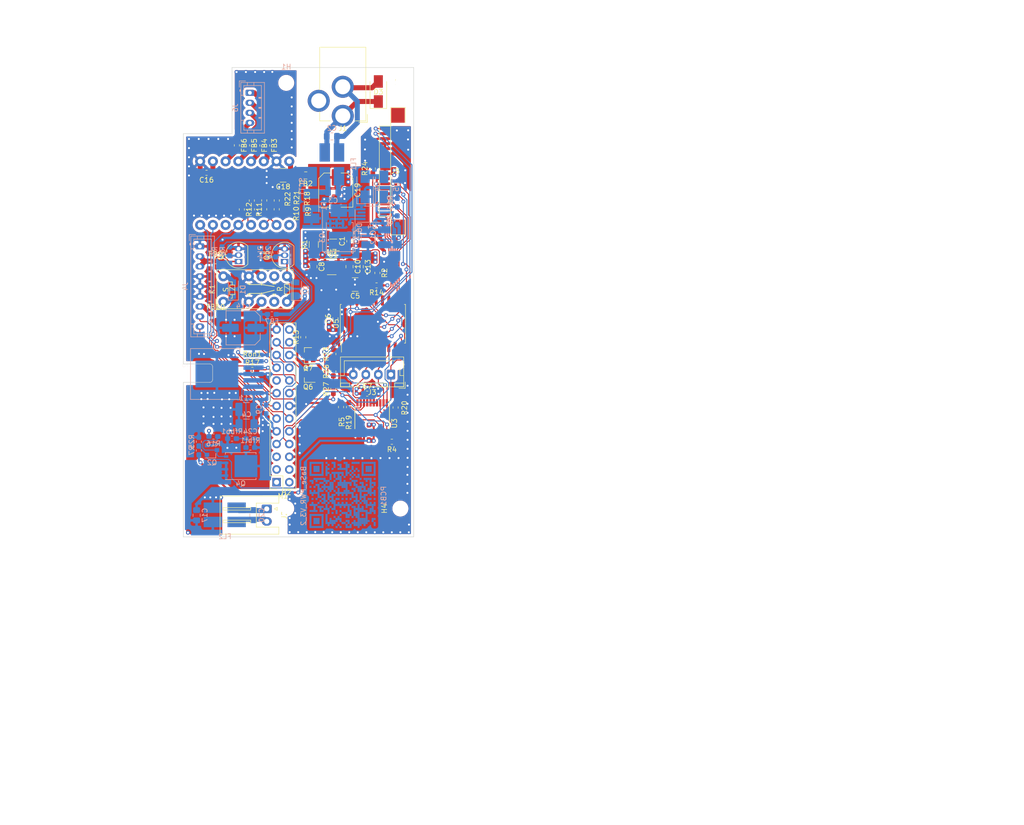
<source format=kicad_pcb>
(kicad_pcb (version 20211014) (generator pcbnew)
  (layers (0 "F.Cu" signal "L1_Sig_GND") (1 "In1.Cu" power "L2_PWR_Split") (2 "In2.Cu" power "L3_GND") (31 "B.Cu" signal "L4_Sig_GND") (34 "B.Paste" user) (35 "F.Paste" user) (36 "B.SilkS" user "B.Silkscreen") (37 "F.SilkS" user "F.Silkscreen") (38 "B.Mask" user) (39 "F.Mask" user) (44 "Edge.Cuts" user))
  (net 0 "")
  (net 1 "GND")
  (net 2 "+3V3")
  (net 3 "+12V")
  (net 4 "/V_meas_flt")
  (net 5 "+5V")
  (net 6 "Net-(D2-Pad2)")
  (net 7 "/Step_2B")
  (net 8 "/Step_2A")
  (net 9 "/Step_1A")
  (net 10 "/Step_1B")
  (net 11 "/SW_HDD_On")
  (net 12 "/RxD_attiny")
  (net 13 "/TxD_attiny")
  (net 14 "/Stepper_Step")
  (net 15 "/Stepper_Dir")
  (net 16 "/Taster_0")
  (net 17 "/Taster_1")
  (net 18 "/Stepper_~{Reset}")
  (net 19 "Net-(Q1-Pad2)")
  (net 20 "Net-(Q3-Pad4)")
  (net 21 "/V_meas")
  (net 22 "/attiny_~{reset}")
  (net 23 "/LED_HMI_attiny")
  (net 24 "/DC_IN+")
  (net 25 "/DC_IN-")
  (net 26 "/12V_nProt")
  (net 27 "/Vin_Buck")
  (net 28 "Net-(C9-Pad1)")
  (net 29 "Net-(C24-Pad2)")
  (net 30 "+3V3_STBY")
  (net 31 "Net-(2k3-Pad2)")
  (net 32 "Net-(D1-Pad2)")
  (net 33 "/5V_EN")
  (net 34 "/SW_HDD_Off")
  (net 35 "/+12V_HDD")
  (net 36 "/+5V_HDD")
  (net 37 "/rev2_~{rev3}")
  (net 38 "/5V_Ron")
  (net 39 "Net-(FB3-Pad1)")
  (net 40 "Net-(FB4-Pad1)")
  (net 41 "Net-(FB5-Pad1)")
  (net 42 "Net-(FB6-Pad1)")
  (net 43 "/~{Endswitch_Undocked}")
  (net 44 "/~{Endswitch_Docked}")
  (net 45 "/LED_HMI")
  (net 46 "/Dis_RS")
  (net 47 "/Dis_E")
  (net 48 "/Dis_DB4")
  (net 49 "/Dis_DB5")
  (net 50 "/Dis_DB7")
  (net 51 "/+12V_HDD_flt")
  (net 52 "/+5V_HDD_flt")
  (net 53 "/12V_Prot")
  (net 54 "/attiny_program_~{communicate}")
  (net 55 "/RxD_BPi")
  (net 56 "/TxD_BPi")
  (net 57 "Net-(R19-Pad2)")
  (net 58 "/TxD_attiny_prot")
  (net 59 "/Dis_DB6")
  (net 60 "/Dis_PWM")
  (net 61 "Net-(Q2-Pad3)")
  (net 62 "/DIS_BPi_SPLY")
  (net 63 "Net-(C3-Pad1)")
  (net 64 "Net-(C12-Pad2)")
  (net 65 "Net-(C17-Pad1)")
  (net 66 "Net-(C20-Pad2)")
  (net 67 "Net-(C20-Pad1)")
  (net 68 "Net-(D4-Pad2)")
  (net 69 "/MS1")
  (net 70 "/MS2")
  (net 71 "/MS3")
  (net 72 "Net-(R15-Pad2)")
  (net 73 "/Version")
  (net 74 "/EN_attiny_link")
  (net 75 "/Vin_Stepper")
  (net 76 "/~{Taster_1}")
  (net 77 "/~{Taster_0}")
  (net 78 "Net-(R26-Pad1)")
  (footprint "Capacitor_SMD:C_0603_1608Metric_Pad1.05x0.95mm_HandSolder" (layer "F.Cu") (at 99.1 74.82 90)
    (fp_text reference "C1")
    (fp_text value "100nF")
  )
  (footprint "Capacitor_SMD:C_1210_3225Metric_Pad1.42x2.65mm_HandSolder" (layer "F.Cu") (at 100.26 83.47 180)
    (fp_text reference "C5")
    (fp_text value "10µF")
  )
  (footprint "Capacitor_SMD:C_0603_1608Metric_Pad1.05x0.95mm_HandSolder" (layer "F.Cu") (at 70.602 61.152 180)
    (fp_text reference "C16")
    (fp_text value "100nF")
  )
  (footprint "Capacitor_SMD:C_1210_3225Metric_Pad1.42x2.65mm_HandSolder" (layer "F.Cu") (at 85.8785 61.66 180)
    (fp_text reference "C18")
    (fp_text value "10µF")
  )
  (footprint "Capacitor_SMD:C_Elec_6.3x7.7" (layer "F.Cu") (at 96.39 64.61 -90)
    (fp_text reference "C19")
    (fp_text value "220µF")
  )
  (footprint "Diode_SMD:D_SMA" (layer "F.Cu") (at 104.89 44.92 90)
    (fp_text reference "D3")
    (fp_text value "824501121")
  )
  (footprint "Inductor_SMD:L_0805_2012Metric_Pad1.15x1.40mm_HandSolder" (layer "F.Cu") (at 90.4 61.68 180)
    (fp_text reference "FB2")
    (fp_text value "742792093")
  )
  (footprint "Inductor_SMD:L_0603_1608Metric_Pad1.05x0.95mm_HandSolder" (layer "F.Cu") (at 82.69 55.695 -90)
    (fp_text reference "FB3")
    (fp_text value "742792602")
  )
  (footprint "Inductor_SMD:L_0603_1608Metric_Pad1.05x0.95mm_HandSolder" (layer "F.Cu") (at 80.722 55.698999 -90)
    (fp_text reference "FB4")
    (fp_text value "742792602")
  )
  (footprint "Inductor_SMD:L_0603_1608Metric_Pad1.05x0.95mm_HandSolder" (layer "F.Cu") (at 78.69 55.678 -90)
    (fp_text reference "FB5")
    (fp_text value "742792602")
  )
  (footprint "Inductor_SMD:L_0603_1608Metric_Pad1.05x0.95mm_HandSolder" (layer "F.Cu") (at 76.658 55.678 -90)
    (fp_text reference "FB6")
    (fp_text value "742792602")
  )
  (footprint "G7_Custom:BarrelJack_Wuerth_6941xx301002" (layer "F.Cu") (at 97.79 49.784 180)
    (fp_text reference "J1")
    (fp_text value "12V Power In")
  )
  (footprint "Package_TO_SOT_THT:TO-92_Inline" (layer "F.Cu") (at 76.99 78.86 90)
    (fp_text reference "Q1")
    (fp_text value "BS170")
  )
  (footprint "Resistor_SMD:R_1206_3216Metric_Pad1.42x1.75mm_HandSolder" (layer "F.Cu") (at 92 75.47 90)
    (fp_text reference "R1")
    (fp_text value "1m")
  )
  (footprint "Resistor_SMD:R_0603_1608Metric_Pad1.05x0.95mm_HandSolder" (layer "F.Cu") (at 104.7 81.15 -90)
    (fp_text reference "R2")
    (fp_text value "47k")
  )
  (footprint "Resistor_SMD:R_0603_1608Metric_Pad1.05x0.95mm_HandSolder" (layer "F.Cu") (at 84.61 68.44 -90)
    (fp_text reference "R9")
    (fp_text value "0R")
  )
  (footprint "Resistor_SMD:R_0603_1608Metric_Pad1.05x0.95mm_HandSolder" (layer "F.Cu") (at 82.11 68.44 -90)
    (fp_text reference "R10")
    (fp_text value "0R")
  )
  (footprint "Resistor_SMD:R_0603_1608Metric_Pad1.05x0.95mm_HandSolder" (layer "F.Cu") (at 79.67 68.46 -90)
    (fp_text reference "R11")
    (fp_text value "0R")
  )
  (footprint "Resistor_SMD:R_0603_1608Metric_Pad1.05x0.95mm_HandSolder" (layer "F.Cu") (at 77.65 68.48 -90)
    (fp_text reference "R12")
    (fp_text value "100k")
  )
  (footprint "Resistor_SMD:R_0603_1608Metric_Pad1.05x0.95mm_HandSolder" (layer "F.Cu") (at 89.91 93.99 90)
    (fp_text reference "R13")
    (fp_text value "0")
  )
  (footprint "Package_TO_SOT_SMD:SOT-363_SC-70-6_Handsoldering" (layer "F.Cu") (at 95.89 75.55 180)
    (fp_text reference "U1")
    (fp_text value "INA212")
  )
  (footprint "Resistor_SMD:R_0603_1608Metric_Pad1.05x0.95mm_HandSolder" (layer "F.Cu") (at 103.78 60.325 90)
    (fp_text reference "R24")
    (fp_text value "1k2")
  )
  (footprint "MountingHole:MountingHole_2.2mm_M2" (layer "F.Cu") (at 86.51 128.2)
    (fp_text reference "H2")
    (fp_text value "MountingHole")
  )
  (footprint "MountingHole:MountingHole_2.2mm_M2" (layer "F.Cu") (at 109.29 43.196646)
    (fp_text reference "H3")
    (fp_text value "MountingHole")
  )
  (footprint "MountingHole:MountingHole_2.2mm_M2" (layer "F.Cu") (at 109.29 128.2 90)
    (fp_text reference "H4")
    (fp_text value "MountingHole")
  )
  (footprint "Capacitor_SMD:C_0805_2012Metric_Pad1.15x1.40mm_HandSolder" (layer "F.Cu") (at 91.94 79.9 -90)
    (fp_text reference "C8")
    (fp_text value "1µF")
  )
  (footprint "Capacitor_SMD:C_0805_2012Metric_Pad1.15x1.40mm_HandSolder" (layer "F.Cu") (at 99.136 79.894 -90)
    (fp_text reference "C10")
    (fp_text value "1µF")
  )
  (footprint "Capacitor_SMD:C_0805_2012Metric_Pad1.15x1.40mm_HandSolder" (layer "F.Cu") (at 101.168 79.903 -90)
    (fp_text reference "C13")
    (fp_text value "1µF")
  )
  (footprint "Package_TO_SOT_SMD:SOT-23-5_HandSoldering" (layer "F.Cu") (at 95.58 79.894)
    (fp_text reference "U7")
    (fp_text value "AP2204K-3.3")
  )
  (footprint "G7_Custom:JST_XH_B4B-XH-AM_1x04_P2.50mm_Vertical" (layer "F.Cu") (at 107.39 101.44 180)
    (fp_text reference "J3")
    (fp_text value "DebugAtTiny")
  )
  (footprint "Capacitor_SMD:C_0603_1608Metric_Pad1.05x0.95mm_HandSolder" (layer "F.Cu") (at 96.33 90.25 90)
    (fp_text reference "C6")
    (fp_text value "100nF")
  )
  (footprint "Inductor_SMD:L_0603_1608Metric_Pad1.05x0.95mm_HandSolder" (layer "F.Cu") (at 72.395 78.81)
    (fp_text reference "FB9")
    (fp_text value "742792602")
  )
  (footprint "Inductor_SMD:L_0603_1608Metric_Pad1.05x0.95mm_HandSolder" (layer "F.Cu") (at 72.41 89.36)
    (fp_text reference "FB10")
    (fp_text value "742792602")
  )
  (footprint "G7_Custom:BananaPi-M1" (layer "F.Cu") (at 84.582 122.936)
    (fp_text reference "M1")
    (fp_text value "BananaPi_M1")
  )
  (footprint "Package_TO_SOT_THT:TO-92_Inline" (layer "F.Cu") (at 86.19 78.888 90)
    (fp_text reference "Q5")
    (fp_text value "BS170")
  )
  (footprint "Resistor_SMD:R_0603_1608Metric_Pad1.05x0.95mm_HandSolder" (layer "F.Cu") (at 104.53 83.64 180)
    (fp_text reference "R14")
    (fp_text value "47k")
  )
  (footprint "Package_SO:SOIC-20W_7.5x12.8mm_P1.27mm" (layer "F.Cu") (at 103.8 91.3 90)
    (fp_text reference "U5")
    (fp_text value "ATtiny816-S")
  )
  (footprint "G7_Custom:Relay_Kemet_EC2-12TNU" (layer "F.Cu") (at 73.96 86.9 90)
    (fp_text reference "K1")
    (fp_text value "EC2-12TNU")
  )
  (footprint "G7_Custom:BOM_ITEM" (layer "F.Cu") (at 87.63 91.44)
    (fp_text reference "Cable_BPi_SPLY_preconfected1" hide)
    (fp_text value "ASXHSXH22K51")
  )
  (footprint "G7_Custom:BOM_ITEM" (layer "F.Cu") (at 84.63 90.29)
    (fp_text reference "Cable_BPi_SPLY_preconfected2" hide)
    (fp_text value "ASXHSXH22K51")
  )
  (footprint "G7_Custom:BOM_ITEM" (layer "F.Cu") (at 84.63 91.79)
    (fp_text reference "Cable_Stepper_preconfected1" hide)
    (fp_text value "ASPHSPH24K51‎ ")
  )
  (footprint "G7_Custom:BOM_ITEM" (layer "F.Cu") (at 86.13 89.94)
    (fp_text reference "Cable_Stepper_preconfected2" hide)
    (fp_text value "ASPHSPH24K51‎ ")
  )
  (footprint "G7_Custom:BOM_ITEM" (layer "F.Cu") (at 87.63 89.94)
    (fp_text reference "Cable_Stepper_preconfected3" hide)
    (fp_text value "ASPHSPH24K51‎ ")
  )
  (footprint "G7_Custom:BOM_ITEM" (layer "F.Cu") (at 89.13 89.94)
    (fp_text reference "Cable_Stepper_preconfected4" hide)
    (fp_text value "ASPHSPH24K51‎ ")
  )
  (footprint "G7_Custom:BOM_ITEM" (layer "F.Cu") (at 90.63 89.94)
    (fp_text reference "Conn_Socket_at_Stepper1" hide)
    (fp_text value "PHR-6")
  )
  (footprint "G7_Custom:BOM_ITEM" (layer "F.Cu") (at 86.13 91.44)
    (fp_text reference "Conn_Socket_BPi_SPLY1" hide)
    (fp_text value "XHP-2")
  )
  (footprint "G7_Custom:BOM_ITEM" (layer "F.Cu") (at 89.13 91.44)
    (fp_text reference "Conn_Socket_BPi_SPLY_atJ5" hide)
    (fp_text value "XHP-2")
  )
  (footprint "G7_Custom:BOM_ITEM" (layer "F.Cu") (at 83.13 89.94)
    (fp_text reference "Conn_Socket_PWR_HDD1" hide)
    (fp_text value "PHR-9")
  )
  (footprint "G7_Custom:BOM_ITEM" (layer "F.Cu") (at 93.63 90.29)
    (fp_text reference "Conn_Socket_Stepper1" hide)
    (fp_text value "PHR-4")
  )
  (footprint "G7_Custom:Conn_FFC_Molex_52207-1860" (layer "F.Cu") (at 106.2101 60.833 90)
    (fp_text reference "J5")
    (fp_text value "Molex 0522071860")
  )
  (footprint "G7_Custom:BOM_ITEM" (layer "F.Cu") (at 120.18 51.65)
    (fp_text reference "FFC_Cable1" hide)
    (fp_text value "0151670333")
  )
  (footprint "Capacitor_SMD:C_0603_1608Metric_Pad1.05x0.95mm_HandSolder" (layer "F.Cu") (at 102.67 105.25)
    (fp_text reference "C7")
    (fp_text value "100nF")
  )
  (footprint "G7_Custom:BOM_ITEM" (layer "F.Cu") (at 129.524999 80.854999)
    (fp_text reference "Cable_HDD_ENDSW_preconfected2" hide)
    (fp_text value "ASPHSPH24K152")
  )
  (footprint "Resistor_SMD:R_0603_1608Metric_Pad1.05x0.95mm_HandSolder" (layer "F.Cu") (at 107.58 114.85)
    (fp_text reference "R4")
    (fp_text value "47k")
  )
  (footprint "Resistor_SMD:R_0603_1608Metric_Pad1.05x0.95mm_HandSolder" (layer "F.Cu") (at 97.45 107.93 90)
    (fp_text reference "R5")
    (fp_text value "10k")
  )
  (footprint "Resistor_SMD:R_0603_1608Metric_Pad1.05x0.95mm_HandSolder" (layer "F.Cu") (at 99.03 107.93 90)
    (fp_text reference "R19")
    (fp_text value "10k")
  )
  (footprint "Resistor_SMD:R_0603_1608Metric_Pad1.05x0.95mm_HandSolder" (layer "F.Cu") (at 108.33 108.02 90)
    (fp_text reference "R20")
    (fp_text value "47k")
  )
  (footprint "Resistor_SMD:R_0603_1608Metric_Pad1.05x0.95mm_HandSolder" (layer "F.Cu") (at 79.74 100.49)
    (fp_text reference "R17")
    (fp_text value "47k")
  )
  (footprint "Resistor_SMD:R_0603_1608Metric_Pad1.05x0.95mm_HandSolder" (layer "F.Cu") (at 79.735 98.79)
    (fp_text reference "Ron1")
    (fp_text value "47k")
  )
  (footprint "Connector_JST:JST_XH_S2B-XH-A_1x02_P2.50mm_Horizontal" (layer "F.Cu") (at 82.62 128.26 -90)
    (fp_text reference "J2")
    (fp_text value "BPi Supply")
  )
  (footprint "Package_SO:TSSOP-20_4.4x6.5mm_P0.65mm" (layer "F.Cu") (at 103.65 110.04 -90)
    (fp_text reference "U3")
    (fp_text value "ADG734")
  )
  (footprint "Resistor_SMD:R_0603_1608Metric_Pad1.05x0.95mm_HandSolder" (layer "F.Cu") (at 84.62 66.685 -90)
    (fp_text reference "R18")
    (fp_text value "NO")
  )
  (footprint "Resistor_SMD:R_0603_1608Metric_Pad1.05x0.95mm_HandSolder" (layer "F.Cu") (at 82.12 66.675 -90)
    (fp_text reference "R21")
    (fp_text value "100k")
  )
  (footprint "Resistor_SMD:R_0603_1608Metric_Pad1.05x0.95mm_HandSolder" (layer "F.Cu") (at 79.64 66.705 -90)
    (fp_text reference "R22")
    (fp_text value "100k")
  )
  (footprint "Resistor_SMD:R_0603_1608Metric_Pad1.05x0.95mm_HandSolder" (layer "F.Cu") (at 95.91 97.33 90)
    (fp_text reference "R23")
    (fp_text value "0")
  )
  (footprint "Package_TO_SOT_SMD:SOT-23" (layer "F.Cu") (at 90.88 101.41 180)
    (fp_text reference "Q6")
    (fp_text value "BSS123")
  )
  (footprint "Package_TO_SOT_SMD:SOT-23" (layer "F.Cu") (at 90.89 97.64 180)
    (fp_text reference "Q7")
    (fp_text value "BSS123")
  )
  (footprint "Resistor_SMD:R_0603_1608Metric_Pad1.05x0.95mm_HandSolder" (layer "F.Cu") (at 95.91 100.83 90)
    (fp_text reference "R26")
    (fp_text value "NO")
  )
  (footprint "Resistor_SMD:R_0603_1608Metric_Pad1.05x0.95mm_HandSolder" (layer "F.Cu") (at 95.91 104.34 90)
    (fp_text reference "R27")
    (fp_text value "NO")
  )
  (footprint "Capacitor_SMD:C_0805_2012Metric_Pad1.15x1.40mm_HandSolder" (layer "B.Cu") (at 95.616 53.88 180)
    (fp_text reference "C2")
    (fp_text value "1µF")
  )
  (footprint "Capacitor_SMD:C_0805_2012Metric_Pad1.15x1.40mm_HandSolder" (layer "B.Cu") (at 95.87 65.056)
    (fp_text reference "C3")
    (fp_text value "1µF")
  )
  (footprint "Diode_SMD:D_SOD-123F" (layer "B.Cu") (at 88.56 84.45 90)
    (fp_text reference "D2")
    (fp_text value "1N4148")
  )
  (footprint "Package_TO_SOT_SMD:TDSON-8-1" (layer "B.Cu") (at 97.19 74.15 -90)
    (fp_text reference "Q3")
    (fp_text value "BSC028N06LS3")
  )
  (footprint "Resistor_SMD:R_0603_1608Metric_Pad1.05x0.95mm_HandSolder" (layer "B.Cu") (at 73.688 76.828 -90)
    (fp_text reference "R6")
    (fp_text value "1k2")
  )
  (footprint "Resistor_SMD:R_0603_1608Metric_Pad1.05x0.95mm_HandSolder" (layer "B.Cu") (at 75.212 76.828 -90)
    (fp_text reference "R8")
    (fp_text value "47k")
  )
  (footprint "G7_Custom:A4988_Module" (layer "B.Cu") (at 78.222 65.216 90)
    (fp_text reference "SCT1")
    (fp_text value "A4988_Module")
  )
  (footprint "G7_Custom:MSOP-8_3x3mm_P0.65mm_Py0.45mm" (layer "B.Cu") (at 103.6425 69.415)
    (fp_text reference "U4")
    (fp_text value "LTC4359-MS8")
  )
  (footprint "G7_Labels:BaSe_PWR_V3_2" (layer "B.Cu") (at 97.95 125.68 -90)
    (fp_text reference "PCB1")
    (fp_text value "BaSe_PWR_V3_2")
  )
  (footprint "Resistor_SMD:R_0603_1608Metric_Pad1.05x0.95mm_HandSolder" (layer "B.Cu") (at 108.67 67.12 -90)
    (fp_text reference "R15")
    (fp_text value "47k")
  )
  (footprint "MountingHole:MountingHole_2.2mm_M2" (layer "B.Cu") (at 86.512102 43.196646 180)
    (fp_text reference "H1")
    (fp_text value "MountingHole")
  )
  (footprint "Capacitor_SMD:C_1210_3225Metric_Pad1.42x2.65mm_HandSolder" (layer "B.Cu") (at 102.81 74.02 -90)
    (fp_text reference "C15")
    (fp_text value "10µF")
  )
  (footprint "Resistor_SMD:R_0603_1608Metric_Pad1.05x0.95mm_HandSolder" (layer "B.Cu") (at 84.375 77.083 -90)
    (fp_text reference "2k3")
    (fp_text value "47k")
  )
  (footprint "Resistor_SMD:R_0603_1608Metric_Pad1.05x0.95mm_HandSolder" (layer "B.Cu") (at 82.81 77.08 -90)
    (fp_text reference "2k4")
    (fp_text value "1k2")
  )
  (footprint "Diode_SMD:D_SOD-123F" (layer "B.Cu") (at 75.95 84.38 90)
    (fp_text reference "D1")
    (fp_text value "1N4148")
  )
  (footprint "Connector_JST:JST_PH_B9B-PH-K_1x09_P2.00mm_Vertical" (layer "B.Cu") (at 69.27 75.85 -90)
    (fp_text reference "J4")
    (fp_text value "B9B-PH-K-S(LF)(SN)")
  )
  (footprint "G7_Custom:CMC_Laird_CM2021Y330R-10" (layer "B.Cu") (at 95.616 59.468 -90)
    (fp_text reference "FL1")
    (fp_text value "CM2021Y330R-10")
  )
  (footprint "Resistor_SMD:R_0603_1608Metric_Pad1.05x0.95mm_HandSolder" (layer "B.Cu") (at 69.07 116.595 -90)
    (fp_text reference "R7")
    (fp_text value "NO")
  )
  (footprint "Resistor_SMD:R_0603_1608Metric_Pad1.05x0.95mm_HandSolder" (layer "B.Cu") (at 108.67 70.63 -90)
    (fp_text reference "R3")
    (fp_text value "1k")
  )
  (footprint "Capacitor_SMD:C_1210_3225Metric_Pad1.42x2.65mm_HandSolder" (layer "B.Cu") (at 78.582 111.694 180)
    (fp_text reference "C4")
    (fp_text value "100µF")
  )
  (footprint "Inductor_SMD:L_0603_1608Metric_Pad1.05x0.95mm_HandSolder" (layer "B.Cu") (at 83.645 89.41)
    (fp_text reference "FB7")
    (fp_text value "742792602")
  )
  (footprint "Capacitor_SMD:C_0603_1608Metric_Pad1.05x0.95mm_HandSolder" (layer "B.Cu") (at 82.49 108.39 -90)
    (fp_text reference "C9")
    (fp_text value "10nF")
  )
  (footprint "Capacitor_SMD:C_0603_1608Metric_Pad1.05x0.95mm_HandSolder" (layer "B.Cu") (at 79.344 114.234 180)
    (fp_text reference "C24")
    (fp_text value "1nF")
  )
  (footprint "Resistor_SMD:R_0603_1608Metric_Pad1.05x0.95mm_HandSolder" (layer "B.Cu") (at 75.69 114.23 180)
    (fp_text reference "Rfbb1")
    (fp_text value "1,87K")
  )
  (footprint "Resistor_SMD:R_0603_1608Metric_Pad1.05x0.95mm_HandSolder" (layer "B.Cu") (at 79.344 116.012 180)
    (fp_text reference "Rfbt1")
    (fp_text value "10k")
  )
  (footprint "Capacitor_SMD:C_1210_3225Metric_Pad1.42x2.65mm_HandSolder" (layer "B.Cu") (at 78.5455 108.392 180)
    (fp_text reference "C11")
    (fp_text value "100µF")
  )
  (footprint "Connector_JST:JST_PH_B4B-PH-K_1x04_P2.00mm_Vertical" (layer "B.Cu") (at 79.25 45.18 -90)
    (fp_text reference "J6")
    (fp_text value "B4B-PH-K-S(LF)(SN)")
  )
  (footprint "Package_TO_SOT_SMD:SOT-23" (layer "B.Cu") (at 71.69 116.52)
    (fp_text reference "Q2")
    (fp_text value "BSS123")
  )
  (footprint "Package_TO_SOT_SMD:TDSON-8-1" (layer "B.Cu") (at 77.42 119.71)
    (fp_text reference "Q4")
    (fp_text value "BSC093N04LS")
  )
  (footprint "Resistor_SMD:R_0603_1608Metric_Pad1.05x0.95mm_HandSolder" (layer "B.Cu") (at 71.97 113.81)
    (fp_text reference "R16")
    (fp_text value "47k")
  )
  (footprint "G7_Custom:LMZ12003_Handsolder" (layer "B.Cu") (at 72.68 101.33 -90)
    (fp_text reference "U2")
    (fp_text value "LMZ12003")
  )
  (footprint "Capacitor_SMD:C_1210_3225Metric_Pad1.42x2.65mm_HandSolder" (layer "B.Cu") (at 106.14 74.03 -90)
    (fp_text reference "C12")
    (fp_text value "47nF")
  )
  (footprint "Capacitor_SMD:C_0805_2012Metric_Pad1.15x1.40mm_HandSolder" (layer "B.Cu") (at 68.62 129.53 90)
    (fp_text reference "C17")
    (fp_text value "1µF")
  )
  (footprint "Capacitor_SMD:C_0805_2012Metric_Pad1.15x1.40mm_HandSolder" (layer "B.Cu") (at 79.96 129.52 90)
    (fp_text reference "C20")
    (fp_text value "1µF")
  )
  (footprint "Diode_SMD:D_SMA" (layer "B.Cu") (at 102.24 63.93 90)
    (fp_text reference "D4")
    (fp_text value "NO")
  )
  (footprint "Diode_SMD:D_SMA" (layer "B.Cu") (at 105.97 63.96 90)
    (fp_text reference "D5")
    (fp_text value "NO")
  )
  (footprint "Diode_SMD:D_SMC" (layer "B.Cu") (at 96.99 72.09 90)
    (fp_text reference "D6")
    (fp_text value "NO")
  )
  (footprint "Fuse:Fuse_Littelfuse-NANO2-451_453" (layer "B.Cu") (at 91.55 67.8 90)
    (fp_text reference "F1")
    (fp_text value "Fuse")
  )
  (footprint "G7_Custom:CMC_Laird_CM2021Y330R-10" (layer "B.Cu") (at 74.24 129.45 180)
    (fp_text reference "FL2")
    (fp_text value "CM2021Y330R-10")
  )
  (footprint "Capacitor_SMD:C_Elec_6.3x7.7" (layer "B.Cu") (at 77.91 92.11 180)
    (fp_text reference "C14")
    (fp_text value "220µF")
  )
  (footprint "Resistor_SMD:R_0603_1608Metric_Pad1.05x0.95mm_HandSolder" (layer "B.Cu") (at 69.07 114.84 -90)
    (fp_text reference "R25")
    (fp_text value "47k")
  )
  (gr_line (start 75.692 53.34) (end 65.99 53.34) (layer "Edge.Cuts") (width 0.1))
  (gr_arc (start 71.28 99.320002) (mid 71.674264 99.508163) (end 71.82 99.92) (layer "Edge.Cuts") (width 0.1))
  (gr_line (start 71.28 99.320002) (end 65.99 99.319322) (layer "Edge.Cuts") (width 0.1))
  (gr_line (start 75.692 40.132) (end 111.94 40.13) (layer "Edge.Cuts") (width 0.1))
  (gr_line (start 111.95 133.848) (end 111.94 40.13) (layer "Edge.Cuts") (width 0.1))
  (gr_arc (start 71.819998 102.46) (mid 71.631837 102.854264) (end 71.22 103) (layer "Edge.Cuts") (width 0.1))
  (gr_line (start 65.99 133.858) (end 65.99 103) (layer "Edge.Cuts") (width 0.1))
  (gr_line (start 71.82 99.92) (end 71.819998 102.46) (layer "Edge.Cuts") (width 0.1))
  (gr_line (start 65.99 103) (end 71.22 103) (layer "Edge.Cuts") (width 0.1))
  (gr_line (start 75.692 40.132) (end 75.692 53.34) (layer "Edge.Cuts") (width 0.1))
  (gr_line (start 65.99 53.34) (end 65.99 99.319322) (layer "Edge.Cuts") (width 0.1))
  (gr_line (start 65.99 133.858) (end 111.95 133.848) (layer "Edge.Cuts") (width 0.1))
  (segment (start 99.535 75.695) (end 100.4 74.83) (width 0.4) (layer "F.Cu") (net 1))
  (segment (start 103.325 105.47) (end 103.545 105.25) (width 0.4) (layer "F.Cu") (net 1))
  (segment (start 101.375 114.175) (end 101.375 112.99) (width 0.4) (layer "F.Cu") (net 1))
  (segment (start 100.725 114.115) (end 100.785 114.175) (width 0.4) (layer "F.Cu") (net 1))
  (segment (start 103.975 107.09) (end 103.975 105.68) (width 0.4) (layer "F.Cu") (net 1))
  (segment (start 98.595 76.2) (end 99.1 75.695) (width 0.4) (layer "F.Cu") (net 1))
  (segment (start 102.025 111.865) (end 101.71 111.55) (width 0.4) (layer "F.Cu") (net 1))
  (segment (start 69.332 58.866) (end 69.332 60.757) (width 1) (layer "F.Cu") (net 1))
  (segment (start 69.332 60.757) (end 69.727 61.152) (width 1) (layer "F.Cu") (net 1))
  (segment (start 101.47 115.06) (end 101.375 114.965) (width 0.4) (layer "F.Cu") (net 1))
  (segment (start 100.725 112.99) (end 100.725 111.865) (width 0.4) (layer "F.Cu") (net 1))
  (segment (start 101.1 111.49) (end 101.375 111.765) (width 0.4) (layer "F.Cu") (net 1))
  (segment (start 97.22 76.2) (end 98.595 76.2) (width 0.4) (layer "F.Cu") (net 1))
  (segment (start 97.22 75.55) (end 98.955 75.55) (width 0.4) (layer "F.Cu") (net 1))
  (segment (start 103.325 107.09) (end 104.625 107.09) (width 0.4) (layer "F.Cu") (net 1))
  (segment (start 99.1 75.695) (end 99.535 75.695) (width 0.4) (layer "F.Cu") (net 1))
  (segment (start 102.025 114.505) (end 101.47 115.06) (width 0.4) (layer "F.Cu") (net 1))
  (segment (start 103.325 107.09) (end 103.325 105.47) (width 0.4) (layer "F.Cu") (net 1))
  (segment (start 100.725 112.99) (end 100.725 114.115) (width 0.4) (layer "F.Cu") (net 1))
  (segment (start 98.955 75.55) (end 99.1 75.695) (width 0.4) (layer "F.Cu") (net 1))
  (segment (start 99.1 75.695) (end 100.375 75.695) (width 0.4) (layer "F.Cu") (net 1))
  (segment (start 102.675 112.99) (end 101.375 112.99) (width 0.4) (layer "F.Cu") (net 1))
  (segment (start 102.025 112.99) (end 102.025 111.865) (width 0.4) (layer "F.Cu") (net 1))
  (segment (start 103.975 105.68) (end 103.545 105.25) (width 0.4) (layer "F.Cu") (net 1))
  (segment (start 100.785 114.175) (end 101.375 114.175) (width 0.4) (layer "F.Cu") (net 1))
  (segment (start 102.025 112.99) (end 102.025 114.505) (width 0.4) (layer "F.Cu") (net 1))
  (segment (start 100.375 75.695) (end 100.4 75.72) (width 0.4) (layer "F.Cu") (net 1))
  (segment (start 100.725 111.865) (end 101.1 111.49) (width 0.4) (layer "F.Cu") (net 1))
  (segment (start 101.375 114.965) (end 101.375 114.175) (width 0.4) (layer "F.Cu") (net 1))
  (segment (start 101.375 111.765) (end 101.375 112.99) (width 0.4) (layer "F.Cu") (net 1))
  (via (at 96.311111 118.12) (size 0.8) (drill 0.4) (layers "F.Cu" "B.Cu") (net 1))
  (via (at 105.316666 118.12) (size 0.8) (drill 0.4) (layers "F.Cu" "B.Cu") (net 1))
  (via (at 101.714444 118.12) (size 0.8) (drill 0.4) (layers "F.Cu" "B.Cu") (net 1))
  (via (at 94.51 118.12) (size 0.8) (drill 0.4) (layers "F.Cu" "B.Cu") (net 1))
  (via (at 107.117777 118.12) (size 0.8) (drill 0.4) (layers "F.Cu" "B.Cu") (net 1))
  (via (at 99.913333 118.12) (size 0.8) (drill 0.4) (layers "F.Cu" "B.Cu") (net 1))
  (via (at 98.112222 118.12) (size 0.8) (drill 0.4) (layers "F.Cu" "B.Cu") (net 1))
  (via (at 103.515555 118.12) (size 0.8) (drill 0.4) (layers "F.Cu" "B.Cu") (net 1))
  (via (at 108.918888 118.12) (size 0.8) (drill 0.4) (layers "F.Cu" "B.Cu") (net 1))
  (via (at 110.72 103.67) (size 0.8) (drill 0.4) (layers "F.Cu" "B.Cu") (net 1))
  (via (at 110.69 125.068889) (size 0.8) (drill 0.4) (layers "F.Cu" "B.Cu") (net 1))
  (via (at 110.69 123.267778) (size 0.8) (drill 0.4) (layers "F.Cu" "B.Cu") (net 1))
  (via (at 110.69 121.466667) (size 0.8) (drill 0.4) (layers "F.Cu" "B.Cu") (net 1))
  (via (at 88.3 127.2) (size 0.8) (drill 0.4) (layers "F.Cu" "B.Cu") (net 1))
  (via (at 98.13 65.33) (size 0.8) (drill 0.4) (layers "F.Cu" "B.Cu") (net 1))
  (via (at 78.46 41.03) (size 0.8) (drill 0.4) (layers "F.Cu" "B.Cu") (net 1))
  (via (at 89.2 113.7) (size 0.8) (drill 0.4) (layers "F.Cu" "B.Cu") (net 1))
  (via (at 74.99 97.56) (size 0.8) (drill 0.4) (layers "F.Cu" "B.Cu") (net 1))
  (via (at 72 111.3) (size 0.8) (drill 0.4) (layers "F.Cu" "B.Cu") (net 1))
  (via (at 100.4 75.72) (size 0.8) (drill 0.4) (layers "F.Cu" "B.Cu") (net 1))
  (via (at 75.4 111.3) (size 0.8) (drill 0.4) (layers "F.Cu" "B.Cu") (net 1))
  (via (at 69.1 97.3) (size 0.8) (drill 0.4) (layers "F.Cu" "B.Cu") (net 1))
  (via (at 83.73 41.01) (size 0.8) (drill 0.4) (layers "F.Cu" "B.Cu") (net 1))
  (via (at 87.2 132.9) (size 0.8) (drill 0.4) (layers "F.Cu" "B.Cu") (net 1))
  (via (at 87.6 54.46) (size 0.8) (drill 0.4) (layers "F.Cu" "B.Cu") (net 1))
  (via (at 75.4 109.8) (size 0.8) (drill 0.4) (layers "F.Cu" "B.Cu") (net 1))
  (via (at 85.1 64) (size 0.8) (drill 0.4) (layers "F.Cu" "B.Cu") (net 1))
  (via (at 97.63 89.4) (size 0.8) (drill 0.4) (layers "F.Cu" "B.Cu") (net 1))
  (via (at 87.2 130.1) (size 0.8) (drill 0.4) (layers "F.Cu" "B.Cu") (net 1))
  (via (at 92.54 82.17) (size 0.8) (drill 0.4) (layers "F.Cu" "B.Cu") (net 1))
  (via (at 109.272141 132.93) (size 0.8) (drill 0.4) (layers "F.Cu" "B.Cu") (net 1))
  (via (at 87.6 46.1) (size 0.8) (drill 0.4) (layers "F.Cu" "B.Cu") (net 1))
  (via (at 99.084999 132.93) (size 0.8) (drill 0.4) (layers "F.Cu" "B.Cu") (net 1))
  (via (at 74.1 69.7) (size 0.8) (drill 0.4) (layers "F.Cu" "B.Cu") (net 1))
  (via (at 104.44 63.35) (size 0.8) (drill 0.4) (layers "F.Cu" "B.Cu") (net 1))
  (via (at 72 108) (size 0.8) (drill 0.4) (layers "F.Cu" "B.Cu") (net 1))
  (via (at 96.5 93.8) (size 0.8) (drill 0.4) (layers "F.Cu" "B.Cu") (net 1))
  (via (at 102.22 56.49) (size 0.8) (drill 0.4) (layers "F.Cu" "B.Cu") (net 1))
  (via (at 81.4 76) (size 0.8) (drill 0.4) (layers "F.Cu" "B.Cu") (net 1))
  (via (at 88.897857 132.9) (size 0.8) (drill 0.4) (layers "F.Cu" "B.Cu") (net 1))
  (via (at 97.61 88.49) (size 0.8) (drill 0.4) (layers "F.Cu" "B.Cu") (net 1))
  (via (at 76.2 93.8) (size 0.8) (drill 0.4) (layers "F.Cu" "B.Cu") (net 1))
  (via (at 67.1 59.875) (size 0.8) (drill 0.4) (layers "F.Cu" "B.Cu") (net 1))
  (via (at 100.782856 132.93) (size 0.8) (drill 0.4) (layers "F.Cu" "B.Cu") (net 1))
  (via (at 93.991428 132.9) (size 0.8) (drill 0.4) (layers "F.Cu" "B.Cu") (net 1))
  (via (at 104.93 105.29) (size 0.8) (drill 0.4) (layers "F.Cu" "B.Cu") (net 1))
  (via (at 102.66 80.41) (size 0.8) (drill 0.4) (layers "F.Cu" "B.Cu") (net 1))
  (via (at 76.44 105.12) (size 0.8) (drill 0.4) (layers "F.Cu" "B.Cu") (net 1))
  (via (at 90.54 100.04) (size 0.8) (drill 0.4) (layers "F.Cu" "B.Cu") (net 1))
  (via (at 110.72 109.073334) (size 0.8) (drill 0.4) (layers "F.Cu" "B.Cu") (net 1))
  (via (at 108.58 52.7) (size 0.8) (drill 0.4) (layers "F.Cu" "B.Cu") (net 1))
  (via (at 82.1 41.03) (size 0.8) (drill 0.4) (layers "F.Cu" "B.Cu") (net 1))
  (via (at 87.6 49.54) (size 0.8) (drill 0.4) (layers "F.Cu" "B.Cu") (net 1))
  (via (at 73.51 125.97) (size 0.8) (drill 0.4) (layers "F.Cu" "B.Cu") (net 1))
  (via (at 94.99 89.43) (size 0.8) (drill 0.4) (layers "F.Cu" "B.Cu") (net 1))
  (via (at 75.13 106.37) (size 0.8) (drill 0.4) (layers "F.Cu" "B.Cu") (net 1))
  (via (at 80.3 41.03) (size 0.8) (drill 0.4) (layers "F.Cu" "B.Cu") (net 1))
  (via (at 92.293571 132.9) (size 0.8) (drill 0.4) (layers "F.Cu" "B.Cu") (net 1))
  (via (at 110.72 118.078889) (size 0.8) (drill 0.4) (layers "F.Cu" "B.Cu") (net 1))
  (via (at 95.2 93.8) (size 0.8) (drill 0.4) (layers "F.Cu" "B.Cu") (net 1))
  (via (at 100.7 93.8) (size 0.8) (drill 0.4) (layers "F.Cu" "B.Cu") (net 1))
  (via (at 74.77 116.09) (size 0.8) (drill 0.4) (layers "F.Cu" "B.Cu") (net 1))
  (via (at 76.55 116.05) (size 0.8) (drill 0.4) (layers "F.Cu" "B.Cu") (net 1))
  (via (at 70.26 125.97) (size 0.8) (drill 0.4) (layers "F.Cu" "B.Cu") (net 1))
  (via (at 102.66 81.31) (size 0.8) (drill 0.4) (layers "F.Cu" "B.Cu") (net 1))
  (via (at 73.6 109.8) (size 0.8) (drill 0.4) (layers "F.Cu" "B.Cu") (net 1))
  (via (at 74.5 90.5) (size 0.8) (drill 0.4) (layers "F.Cu" "B.Cu") (net 1))
  (via (at 70.82 106.32) (size 0.8) (drill 0.4) (layers "F.Cu" "B.Cu") (net 1))
  (via (at 69.59 105.12) (size 0.8) (drill 0.4) (layers "F.Cu" "B.Cu") (net 1))
  (via (at 75.4 108.1) (size 0.8) (drill 0.4) (layers "F.Cu" "B.Cu") (net 1))
  (via (at 110.72 119.88) (size 0.8) (drill 0.4) (layers "F.Cu" "B.Cu") (net 1))
  (via (at 98.13 66.37) (size 0.8) (drill 0.4) (layers "F.Cu" "B.Cu") (net 1))
  (via (at 90.48 107.33) (size 0.8) (drill 0.4) (layers "F.Cu" "B.Cu") (net 1))
  (via (at 75.5 69.7) (size 0.8) (drill 0.4) (layers "F.Cu" "B.Cu") (net 1))
  (via (at 89.2 117.1) (size 0.8) (drill 0.4) (layers "F.Cu" "B.Cu") (net 1))
  (via (at 81.4 78.6) (size 0.8) (drill 0.4) (layers "F.Cu" "B.Cu") (net 1))
  (via (at 95.689285 132.93) (size 0.8) (drill 0.4) (layers "F.Cu" "B.Cu") (net 1))
  (via (at 87.6 51.18) (size 0.8) (drill 0.4) (layers "F.Cu" "B.Cu") (net 1))
  (via (at 107.574284 132.93) (size 0.8) (drill 0.4) (layers "F.Cu" "B.Cu") (net 1))
  (via (at 90.6 81.57) (size 0.8) (drill 0.4) (layers "F.Cu" "B.Cu") (net 1))
  (via (at 69.56 106.35) (size 0.8) (drill 0.4) (layers "F.Cu" "B.Cu") (net 1))
  (via (at 104.85 104.28) (size 0.8) (drill 0.4) (layers "F.Cu" "B.Cu") (net 1))
  (via (at 83.8 64) (size 0.8) (drill 0.4) (layers "F.Cu" "B.Cu") (net 1))
  (via (at 93.54 84.6) (size 0.8) (drill 0.4) (layers "F.Cu" "B.Cu") (net 1))
  (via (at 76.6 41.03) (size 0.8) (drill 0.4) (layers "F.Cu" "B.Cu") (net 1))
  (via (at 110.72 107.272223) (size 0.8) (drill 0.4) (layers "F.Cu" "B.Cu") (net 1))
  (via (at 106.04 78.91) (size 0.8) (drill 0.4) (layers "F.Cu" "B.Cu") (net 1))
  (via (at 110.84 52.67) (size 0.8) (drill 0.4) (layers "F.Cu" "B.Cu") (net 1))
  (via (at 111 131.4) (size 0.8) (drill 0.4) (layers "F.Cu" "B.Cu") (net 1))
  (via (at 71.1 69.7) (size 0.8) (drill 0.4) (layers "F.Cu" "B.Cu") (net 1))
  (via (at 82.6 63.2) (size 0.8) (drill 0.4) (layers "F.Cu" "B.Cu") (net 1))
  (via (at 87.6 52.82) (size 0.8) (drill 0.4) (layers "F.Cu" "B.Cu") (net 1))
  (via (at 94.09 66.41) (size 0.8) (drill 0.4) (layers "F.Cu" "B.Cu") (net 1))
  (via (at 89.2 115.4) (size 0.8) (drill 0.4) (layers "F.Cu" "B.Cu") (net 1))
  (via (at 110.72 116.277778) (size 0.8) (drill 0.4) (layers "F.Cu" "B.Cu") (net 1))
  (via (at 110.25 60.66) (size 0.8) (drill 0.4) (layers "F.Cu" "B.Cu") (net 1))
  (via (at 98.13 64.39) (size 0.8) (drill 0.4) (layers "F.Cu" "B.Cu") (net 1))
  (via (at 110.84 56.54) (size 0.8) (drill 0.4) (layers "F.Cu" "B.Cu") (net 1))
  (via (at 104.17857 132.93) (size 0.8) (drill 0.4) (layers "F.Cu" "B.Cu") (net 1))
  (via (at 100.4 74.83) (size 0.8) (drill 0.4) (layers "F.Cu" "B.Cu") (net 1))
  (via (at 100.22 83.49) (size 0.8) (drill 0.4) (layers "F.Cu" "B.Cu") (net 1))
  (via (at 99.4 93.8) (size 0.8) (drill 0.4) (layers "F.Cu" "B.Cu") (net 1))
  (via (at 72.15 105.09) (size 0.8) (drill 0.4) (layers "F.Cu" "B.Cu") (net 1))
  (via (at 102.71 103.94) (size 0.8) (drill 0.4) (layers "F.Cu" "B.Cu") (net 1))
  (via (at 73.68 106.4) (size 0.8) (drill 0.4) (layers "F.Cu" "B.Cu") (net 1))
  (via (at 102.480713 132.93) (size 0.8) (drill 0.4) (layers "F.Cu" "B.Cu") (net 1))
  (via (at 108.96 74.14) (size 0.8) (drill 0.4) (layers "F.Cu" "B.Cu") (net 1))
  (via (at 76 97.59) (size 0.8) (drill 0.4) (layers "F.Cu" "B.Cu") (net 1))
  (via (at 72.5 125.96) (size 0.8) (drill 0.4) (layers "F.Cu" "B.Cu") (net 1))
  (via (at 91.43 82.17) (size 0.8) (drill 0.4) (layers "F.Cu" "B.Cu") (net 1))
  (via (at 110.72 114.476667) (size 0.8) (drill 0.4) (layers "F.Cu" "B.Cu") (net 1))
  (via (at 75.18 105.12) (size 0.8) (drill 0.4) (layers "F.Cu" "B.Cu") (net 1))
  (via (at 82.86 101.5) (size 0.8) (drill 0.4) (layers "F.Cu" "B.Cu") (net 1))
  (via (at 74.9 54.4) (size 0.8) (drill 0.4) (layers "F.Cu" "B.Cu") (net 1))
  (via (at 70.82 105.12) (size 0.8) (drill 0.4) (layers "F.Cu" "B.Cu") (net 1))
  (via (at 73.6 108.1) (size 0.8) (drill 0.4) (layers "F.Cu" "B.Cu") (net 1))
  (via (at 70.1 97.33) (size 0.8) (drill 0.4) (layers "F.Cu" "B.Cu") (net 1))
  (via (at 110.72 105.471112) (size 0.8) (drill 0.4) (layers "F.Cu" "B.Cu") (net 1))
  (via (at 87.2 131.4) (size 0.8) (drill 0.4) (layers "F.Cu" "B.Cu") (net 1))
  (via (at 87.2 126.3) (size 0.8) (drill 0.4) (layers "F.Cu" "B.Cu") (net 1))
  (via (at 96.47 84.49) (size 0.8) (drill 0.4) (layers "F.Cu" "B.Cu") (net 1))
  (via (at 70 108) (size 0.8) (drill 0.4) (layers "F.Cu" "B.Cu") (net 1))
  (via (at 110.97 132.93) (size 0.8) (drill 0.4) (layers "F.Cu" "B.Cu") (net 1))
  (via (at 66.9 133) (size 0.8) (drill 0.4) (layers "F.Cu" "B.Cu") (net 1))
  (via (at 97.387142 132.93) (size 0.8) (drill 0.4) (layers "F.Cu" "B.Cu") (net 1))
  (via (at 110.81 54.5) (size 0.8) (drill 0.4) (layers "F.Cu" "B.Cu") (net 1))
  (via (at 105.876427 132.93) (size 0.8) (drill 0.4) (layers "F.Cu" "B.Cu") (net 1))
  (via (at 75.4 112.6) (size 0.8) (drill 0.4) (layers "F.Cu" "B.Cu") (net 1))
  (via (at 76.2 90.5) (size 0.8) (drill 0.4) (layers "F.Cu" "B.Cu") (net 1))
  (via (at 87.6 47.9) (size 0.8) (drill 0.4) (layers "F.Cu" "B.Cu") (net 1))
  (via (at 87.6 56.1) (size 0.8) (drill 0.4) (layers "F.Cu" "B.Cu") (net 1))
  (via (at 67.1 56.225) (size 0.8) (drill 0.4) (layers "F.Cu" "B.Cu") (net 1))
  (via (at 73.6 111.3) (size 0.8) (drill 0.4) (layers "F.Cu" "B.Cu") (net 1))
  (via (at 72.5 69.7) (size 0.8) (drill 0.4) (layers "F.Cu" "B.Cu") (net 1))
  (via (at 110.22 63.2) (size 0.8) (drill 0.4) (layers "F.Cu" "B.Cu") (net 1))
  (via (at 68.1 69.7) (size 0.8) (drill 0.4) (layers "F.Cu" "B.Cu") (net 1))
  (via (at 102.24 58.72) (size 0.8) (drill 0.4) (layers "F.Cu" "B.Cu") (net 1))
  (via (at 73.8 74.5) (size 0.8) (drill 0.4) (layers "F.Cu" "B.Cu") (net 1))
  (via (at 67.1 61.7) (size 0.8) (drill 0.4) (layers "F.Cu" "B.Cu") (net 1))
  (via (at 89.2 112) (size 0.8) (drill 0.4) (layers "F.Cu" "B.Cu") (net 1))
  (via (at 82.6 60.8) (size 0.8) (drill 0.4) (layers "F.Cu" "B.Cu") (net 1))
  (via (at 67.1 58.05) (size 0.8) (drill 0.4) (layers "F.Cu" "B.Cu") (net 1))
  (via (at 103.92 103.95) (size 0.8) (drill 0.4) (layers "F.Cu" "B.Cu") (net 1))
  (via (at 67.1 54.4) (size 0.8) (drill 0.4) (layers "F.Cu" "B.Cu") (net 1))
  (via (at 88.3 129.1) (size 0.8) (drill 0.4) (layers "F.Cu" "B.Cu") (net 1))
  (via (at 94.98 88.44) (size 0.8) (drill 0.4) (layers "F.Cu" "B.Cu") (net 1))
  (via (at 69.6 69.7) (size 0.8) (drill 0.4) (layers "F.Cu" "B.Cu") (net 1))
  (via (at 102.25 54.53) (size 0.8) (drill 0.4) (layers "F.Cu" "B.Cu") (net 1))
  (via (at 69.05 54.4) (size 0.8) (drill 0.4) (layers "F.Cu" "B.Cu") (net 1))
  (via (at 82.6 62) (size 0.8) (drill 0.4) (layers "F.Cu" "B.Cu") (net 1))
  (via (at 70 111.2) (size 0.8) (drill 0.4) (layers "F.Cu" "B.Cu") (net 1))
  (via (at 104.8 90.9) (size 0.8) (drill 0.4) (layers "F.Cu" "B.Cu") (net 1))
  (via (at 107.8 63.33) (size 0.8) (drill 0.4) (layers "F.Cu" "B.Cu") (net 1))
  (via (at 72 109.9) (size 0.8) (drill 0.4) (layers "F.Cu" "B.Cu") (net 1))
  (via (at 71.36 125.97) (size 0.8) (drill 0.4) (layers "F.Cu" "B.Cu") (net 1))
  (via (at 72.95 54.4) (size 0.8) (drill 0.4) (layers "F.Cu" "B.Cu") (net 1))
  (via (at 100.21 82.47) (size 0.8) (drill 0.4) (layers "F.Cu" "B.Cu") (net 1))
  (via (at 110.72 112.675556) (size 0.8) (drill 0.4) (layers "F.Cu" "B.Cu") (net 1))
  (via (at 94.1 67.5) (size 0.8) (drill 0.4) (layers "F.Cu" "B.Cu") (net 1))
  (via (at 80.9 69.3) (size 0.8) (drill 0.4) (layers "F.Cu" "B.Cu") (net 1))
  (via (at 106.03 80.79) (size 0.8) (drill 0.4) (layers "F.Cu" "B.Cu") (net 1))
  (via (at 81.4 77.3) (size 0.8) (drill 0.4) (layers "F.Cu" "B.Cu") (net 1))
  (via (at 90.595714 132.9) (size 0.8) (drill 0.4) (layers "F.Cu" "B.Cu") (net 1))
  (via (at 71 54.4) (size 0.8) (drill 0.4) (layers "F.Cu" "B.Cu") (net 1))
  (via (at 70 109.8) (size 0.8) (drill 0.4) (layers "F.Cu" "B.Cu") (net 1))
  (via (at 74.5 93.8) (size 0.8) (drill 0.4) (layers "F.Cu" "B.Cu") (net 1))
  (via (at 110.72 110.874445) (size 0.8) (drill 0.4) (layers "F.Cu" "B.Cu") (net 1))
  (segment (start 82.49 109.915998) (end 83.732001 111.157999) (width 0.4) (layer "B.Cu") (net 1))
  (segment (start 97.0385 61.843) (end 96.91 61.9715) (width 1) (layer "B.Cu") (net 1))
  (segment (start 108.67 71.505) (end 109.03 71.865) (width 0.7) (layer "B.Cu") (net 1))
  (segment (start 109.03 74.07) (end 108.96 74.14) (width 0.7) (layer "B.Cu") (net 1))
  (segment (start 75.212 75.953) (end 76.623 75.953) (width 0.4) (layer "B.Cu") (net 1))
  (segment (start 84.375 76.208) (end 86.05 76.208) (width 0.4) (layer "B.Cu") (net 1))
  (segment (start 76.623 75.953) (end 76.99 76.32) (width 0.4) (layer "B.Cu") (net 1))
  (segment (start 109.03 71.865) (end 109.03 74.07) (width 0.7) (layer "B.Cu") (net 1))
  (segment (start 86.05 76.208) (end 86.19 76.348) (width 0.4) (layer "B.Cu") (net 1))
  (segment (start 96.91 61.9715) (end 96.91 64.9275) (width 1) (layer "B.Cu") (net 1))
  (segment (start 83.732001 111.926001) (end 84.582 112.776) (width 0.4) (layer "B.Cu") (net 1))
  (segment (start 82.49 109.265) (end 82.49 109.915998) (width 0.4) (layer "B.Cu") (net 1))
  (segment (start 83.732001 111.157999) (end 83.732001 111.926001) (width 0.4) (layer "B.Cu") (net 1))
  (segment (start 82.12 65.8) (end 79.67 65.8) (width 1) (layer "F.Cu") (net 2))
  (segment (start 82.13 65.81) (end 82.12 65.8) (width 1) (layer "F.Cu") (net 2))
  (segment (start 71.872 60.757) (end 71.477 61.152) (width 1) (layer "F.Cu") (net 2))
  (segment (start 79.67 65.8) (end 79.64 65.83) (width 1) (layer "F.Cu") (net 2))
  (segment (start 71.477 61.627) (end 71.477 61.152) (width 1) (layer "F.Cu") (net 2))
  (segment (start 75.68 65.83) (end 71.477 61.627) (width 1) (layer "F.Cu") (net 2))
  (segment (start 71.872 58.866) (end 71.872 60.757) (width 1) (layer "F.Cu") (net 2))
  (segment (start 84.62 65.81) (end 82.13 65.81) (width 1) (layer "F.Cu") (net 2))
  (segment (start 79.64 65.83) (end 75.68 65.83) (width 1) (layer "F.Cu") (net 2))
  (segment (start 95.015002 78.944) (end 95.360001 79.288999) (width 0.3) (layer "F.Cu") (net 3))
  (segment (start 95.360001 80.793999) (end 95.31 80.844) (width 0.3) (layer "F.Cu") (net 3))
  (segment (start 93.4075 75.55) (end 92 76.9575) (width 0.4) (layer "F.Cu") (net 3))
  (segment (start 94.31 78.1) (end 94.23 78.18) (width 0.3) (layer "F.Cu") (net 3))
  (segment (start 95.360001 79.288999) (end 95.360001 80.793999) (width 0.3) (layer "F.Cu") (net 3))
  (segment (start 94.56 75.55) (end 93.4075 75.55) (width 0.4) (layer "F.Cu") (net 3))
  (segment (start 94.23 78.18) (end 94.23 78.944) (width 0.3) (layer "F.Cu") (net 3))
  (segment (start 93.74 77.53) (end 94.31 78.1) (width 0.3) (layer "F.Cu") (net 3))
  (segment (start 94.23 78.944) (end 95.015002 78.944) (width 0.3) (layer "F.Cu") (net 3))
  (segment (start 95.31 80.844) (end 94.23 80.844) (width 0.3) (layer "F.Cu") (net 3))
  (via (at 98.88 60.95) (size 0.8) (drill 0.4) (layers "F.Cu" "B.Cu") (net 3))
  (via (at 90.33 77.76) (size 0.8) (drill 0.4) (layers "F.Cu" "B.Cu") (net 3))
  (via (at 90.33 76.75) (size 0.8) (drill 0.4) (layers "F.Cu" "B.Cu") (net 3))
  (via (at 90.33 78.77) (size 0.8) (drill 0.4) (layers "F.Cu" "B.Cu") (net 3))
  (via (at 98.88 62.99) (size 0.8) (drill 0.4) (layers "F.Cu" "B.Cu") (net 3))
  (via (at 90.23 84.8) (size 0.8) (drill 0.4) (layers "F.Cu" "B.Cu") (net 3))
  (via (at 90.33 79.78) (size 0.8) (drill 0.4) (layers "F.Cu" "B.Cu") (net 3))
  (via (at 90.21 85.84) (size 0.8) (drill 0.4) (layers "F.Cu" "B.Cu") (net 3))
  (via (at 93.74 77.53) (size 0.8) (drill 0.4) (layers "F.Cu" "B.Cu") (net 3))
  (via (at 71.095 112.685) (size 0.8) (drill 0.4) (layers "F.Cu" "B.Cu") (net 3))
  (via (at 98.88 61.92) (size 0.8) (drill 0.4) (layers "F.Cu" "B.Cu") (net 3))
  (segment (start 88.63 85.74) (end 87.82 85.74) (width 1.5) (layer "B.Cu") (net 3))
  (segment (start 90.23 84.8) (end 90.23 85.82) (width 0.7) (layer "B.Cu") (net 3))
  (segment (start 74.83 86.9) (end 75.95 85.78) (width 1) (layer "B.Cu") (net 3))
  (segment (start 87.82 85.74) (end 86.66 86.9) (width 1.5) (layer "B.Cu") (net 3))
  (segment (start 71.095 113.81) (end 71.095 112.685) (width 0.3) (layer "B.Cu") (net 3))
  (segment (start 87.250748 89.41) (end 84.52 89.41) (width 0.7) (layer "B.Cu") (net 3))
  (segment (start 90.23 85.82) (end 90.21 85.84) (width 0.7) (layer "B.Cu") (net 3))
  (segment (start 90.21 85.84) (end 90.21 86.450748) (width 0.7) (layer "B.Cu") (net 3))
  (segment (start 90.21 86.450748) (end 87.250748 89.41) (width 0.7) (layer "B.Cu") (net 3))
  (segment (start 73.96 86.9) (end 74.83 86.9) (width 1) (layer "B.Cu") (net 3))
  (segment (start 101.895 86.65) (end 101.895 83.6175) (width 0.4) (layer "F.Cu") (net 4))
  (segment (start 104.7 82.025) (end 103.615 82.025) (width 0.4) (layer "F.Cu") (net 4))
  (segment (start 102.6175 82.6) (end 101.7475 83.47) (width 0.4) (layer "F.Cu") (net 4))
  (segment (start 102.2 83.47) (end 101.7475 83.47) (width 0.4) (layer "F.Cu") (net 4))
  (segment (start 103.615 82.025) (end 103.04 82.6) (width 0.4) (layer "F.Cu") (net 4))
  (segment (start 101.895 83.6175) (end 101.7475 83.47) (width 0.4) (layer "F.Cu") (net 4))
  (segment (start 103.04 82.6) (end 102.6175 82.6) (width 0.4) (layer "F.Cu") (net 4))
  (via (at 108.07 60.66) (size 0.8) (drill 0.4) (layers "F.Cu" "B.Cu") (net 5))
  (via (at 81.83 111.55) (size 0.8) (drill 0.4) (layers "F.Cu" "B.Cu") (net 5))
  (via (at 108.05 61.6) (size 0.8) (drill 0.4) (layers "F.Cu" "B.Cu") (net 5))
  (via (at 81.81 112.75) (size 0.8) (drill 0.4) (layers "F.Cu" "B.Cu") (net 5))
  (via (at 82.91 111.52) (size 0.8) (drill 0.4) (layers "F.Cu" "B.Cu") (net 5))
  (via (at 81.83 110.49) (size 0.8) (drill 0.4) (layers "F.Cu" "B.Cu") (net 5))
  (segment (start 86.66 79.358) (end 86.19 78.888) (width 0.3) (layer "F.Cu") (net 6))
  (segment (start 86.66 81.82) (end 86.66 79.358) (width 0.3) (layer "F.Cu") (net 6))
  (segment (start 87.78 82.94) (end 86.66 81.82) (width 1) (layer "B.Cu") (net 6))
  (segment (start 88.63 82.94) (end 87.78 82.94) (width 1) (layer "B.Cu") (net 6))
  (segment (start 82.69 58.208) (end 82.032 58.866) (width 1) (layer "F.Cu") (net 7))
  (segment (start 82.69 56.57) (end 82.69 58.208) (width 1) (layer "F.Cu") (net 7))
  (segment (start 80.722 56.573999) (end 80.722 57.636) (width 1) (layer "F.Cu") (net 8))
  (segment (start 80.722 57.636) (end 79.492 58.866) (width 1) (layer "F.Cu") (net 8))
  (segment (start 78.69 57.128) (end 76.952 58.866) (width 1) (layer "F.Cu") (net 9))
  (segment (start 78.69 56.553) (end 78.69 57.128) (width 1) (layer "F.Cu") (net 9))
  (segment (start 76.658 56.62) (end 74.412 58.866) (width 1) (layer "F.Cu") (net 10))
  (segment (start 76.658 56.553) (end 76.658 56.62) (width 1) (layer "F.Cu") (net 10))
  (segment (start 86.39999 91.05001) (end 87.19999 91.05001) (width 0.2) (layer "B.Cu") (net 11))
  (segment (start 88.43 103.010002) (end 88.43 99.681998) (width 0.2) (layer "B.Cu") (net 11))
  (segment (start 87.64002 75.840581) (end 86.782419 74.98298) (width 0.2) (layer "B.Cu") (net 11))
  (segment (start 74.63702 74.98298) (end 73.688 75.932) (width 0.2) (layer "B.Cu") (net 11))
  (segment (start 85.971999 98.361999) (end 85.971999 91.478001) (width 0.2) (layer "B.Cu") (net 11))
  (segment (start 91.58 86.7) (end 91.58 83.88) (width 0.2) (layer "B.Cu") (net 11))
  (segment (start 91.58 83.88) (end 87.64002 79.94002) (width 0.2) (layer "B.Cu") (net 11))
  (segment (start 90.08002 88.185679) (end 90.094321 88.185679) (width 0.2) (layer "B.Cu") (net 11))
  (segment (start 87.19999 91.05001) (end 88.47 89.78) (width 0.2) (layer "B.Cu") (net 11))
  (segment (start 86.535999 98.925999) (end 85.971999 98.361999) (width 0.2) (layer "B.Cu") (net 11))
  (segment (start 87.674001 103.766001) (end 88.43 103.010002) (width 0.2) (layer "B.Cu") (net 11))
  (segment (start 90.094321 88.185679) (end 91.58 86.7) (width 0.2) (layer "B.Cu") (net 11))
  (segment (start 88.47 89.78) (end 90.08002 88.185679) (width 0.2) (layer "B.Cu") (net 11))
  (segment (start 86.782419 74.98298) (end 74.63702 74.98298) (width 0.2) (layer "B.Cu") (net 11))
  (segment (start 85.971999 113.926001) (end 85.971999 104.364001) (width 0.2) (layer "B.Cu") (net 11))
  (segment (start 88.43 89.835698) (end 88.47 89.78) (width 0.2) (layer "B.Cu") (net 11))
  (segment (start 85.971999 104.364001) (end 86.569999 103.766001) (width 0.2) (layer "B.Cu") (net 11))
  (segment (start 88.43 99.681998) (end 87.674001 98.925999) (width 0.2) (layer "B.Cu") (net 11))
  (segment (start 84.582 115.316) (end 85.971999 113.926001) (width 0.2) (layer "B.Cu") (net 11))
  (segment (start 73.688 75.932) (end 73.688 75.953) (width 0.2) (layer "B.Cu") (net 11))
  (segment (start 87.64002 79.94002) (end 87.64002 75.840581) (width 0.2) (layer "B.Cu") (net 11))
  (segment (start 85.971999 91.478001) (end 86.39999 91.05001) (width 0.2) (layer "B.Cu") (net 11))
  (segment (start 86.569999 103.766001) (end 87.674001 103.766001) (width 0.2) (layer "B.Cu") (net 11))
  (segment (start 87.674001 98.925999) (end 86.535999 98.925999) (width 0.2) (layer "B.Cu") (net 11))
  (segment (start 102.675 106.165) (end 102.675 107.09) (width 0.2) (layer "F.Cu") (net 12))
  (segment (start 100.203999 103.589999) (end 99.839999 103.953999) (width 0.2) (layer "F.Cu") (net 12))
  (segment (start 102.39 101.44) (end 102.39 101.76) (width 0.2) (layer "F.Cu") (net 12))
  (segment (start 106.93 96.67) (end 106.93 97.57) (width 0.2) (layer "F.Cu") (net 12))
  (segment (start 106.93 97.57) (end 105.25 99.25) (width 0.2) (layer "F.Cu") (net 12))
  (segment (start 106.975 95.95) (end 106.975 96.625) (width 0.2) (layer "F.Cu") (net 12))
  (segment (start 100.560001 103.589999) (end 100.203999 103.589999) (width 0.2) (layer "F.Cu") (net 12))
  (segment (start 106.975 96.625) (end 106.93 96.67) (width 0.2) (layer "F.Cu") (net 12))
  (segment (start 103.405 99.25) (end 102.39 100.265) (width 0.2) (layer "F.Cu") (net 12))
  (segment (start 105.25 99.25) (end 103.405 99.25) (width 0.2) (layer "F.Cu") (net 12))
  (segment (start 102.574999 106.064999) (end 102.675 106.165) (width 0.2) (layer "F.Cu") (net 12))
  (segment (start 99.839999 103.953999) (end 99.839999 105.566001) (width 0.2) (layer "F.Cu") (net 12))
  (segment (start 100.338997 106.064999) (end 102.574999 106.064999) (width 0.2) (layer "F.Cu") (net 12))
  (segment (start 99.839999 105.566001) (end 100.338997 106.064999) (width 0.2) (layer "F.Cu") (net 12))
  (segment (start 102.39 101.76) (end 100.560001 103.589999) (width 0.2) (layer "F.Cu") (net 12))
  (segment (start 102.39 100.265) (end 102.39 101.44) (width 0.2) (layer "F.Cu") (net 12))
  (segment (start 108.245 96.835) (end 108.22 96.86) (width 0.2) (layer "F.Cu") (net 13))
  (segment (start 108.22 96.86) (end 108.22 97.67) (width 0.2) (layer "F.Cu") (net 13))
  (segment (start 106.72 99.17) (end 105.985 99.17) (width 0.2) (layer "F.Cu") (net 13))
  (segment (start 104.89 100.265) (end 104.89 101.44) (width 0.2) (layer "F.Cu") (net 13))
  (segment (start 105.985 99.17) (end 104.89 100.265) (width 0.2) (layer "F.Cu") (net 13))
  (segment (start 108.22 97.67) (end 106.72 99.17) (width 0.2) (layer "F.Cu") (net 13))
  (segment (start 105.925 104.275) (end 105.925 107.09) (width 0.2) (layer "F.Cu") (net 13))
  (segment (start 104.89 101.44) (end 104.89 103.24) (width 0.2) (layer "F.Cu") (net 13))
  (segment (start 108.245 95.95) (end 108.245 96.835) (width 0.2) (layer "F.Cu") (net 13))
  (segment (start 104.89 103.24) (end 105.925 104.275) (width 0.2) (layer "F.Cu") (net 13))
  (segment (start 72.823998 96.630002) (end 72.393998 96.630002) (width 0.2) (layer "F.Cu") (net 14))
  (segment (start 72.019998 96.256002) (end 72.019998 95.410002) (width 0.2) (layer "F.Cu") (net 14))
  (segment (start 79.69001 101.466091) (end 79.69001 100.029854) (width 0.2) (layer "F.Cu") (net 14))
  (segment (start 83.379919 105.156) (end 79.69001 101.466091) (width 0.2) (layer "F.Cu") (net 14))
  (segment (start 79.69001 100.029854) (end 79.375146 99.71499) (width 0.2) (layer "F.Cu") (net 14))
  (segment (start 79.375146 99.71499) (end 75.908986 99.71499) (width 0.2) (layer "F.Cu") (net 14))
  (segment (start 75.908986 99.71499) (end 72.823998 96.630002) (width 0.2) (layer "F.Cu") (net 14))
  (segment (start 72.393998 96.630002) (end 72.019998 96.256002) (width 0.2) (layer "F.Cu") (net 14))
  (segment (start 72.300001 95.129999) (end 72.7 94.73) (width 0.2) (layer "F.Cu") (net 14))
  (segment (start 72.019998 95.410002) (end 72.300001 95.129999) (width 0.2) (layer "F.Cu") (net 14))
  (segment (start 84.582 105.156) (end 83.379919 105.156) (width 0.2) (layer "F.Cu") (net 14))
  (via (at 72.7 94.73) (size 0.8) (drill 0.4) (layers "F.Cu" "B.Cu") (net 14))
  (segment (start 71.239989 93.835674) (end 72.134315 94.73) (width 0.2) (layer "B.Cu") (net 14))
  (segment (start 71.459989 73.392224) (end 71.459989 92.761406) (width 0.2) (layer "B.Cu") (net 14))
  (segment (start 71.239989 92.981406) (end 71.239989 93.835674) (width 0.2) (layer "B.Cu") (net 14))
  (segment (start 71.872 72.980213) (end 71.459989 73.392224) (width 0.2) (layer "B.Cu") (net 14))
  (segment (start 72.134315 94.73) (end 72.7 94.73) (width 0.2) (layer "B.Cu") (net 14))
  (segment (start 71.459989 92.761406) (end 71.239989 92.981406) (width 0.2) (layer "B.Cu") (net 14))
  (segment (start 71.872 71.566) (end 71.872 72.980213) (width 0.2) (layer "B.Cu") (net 14))
  (segment (start 81.066002 95.92) (end 73.285685 95.92) (width 0.2) (layer "F.Cu") (net 15))
  (segment (start 84.582 100.076) (end 83.732001 99.226001) (width 0.2) (layer "F.Cu") (net 15))
  (segment (start 83.732001 99.226001) (end 83.732001 98.585999) (width 0.2) (layer "F.Cu") (net 15))
  (segment (start 83.732001 98.585999) (end 81.066002 95.92) (width 0.2) (layer "F.Cu") (net 15))
  (segment (start 73.285685 95.92) (end 72.72 95.92) (width 0.2) (layer "F.Cu") (net 15))
  (via (at 72.72 95.92) (size 0.8) (drill 0.4) (layers "F.Cu" "B.Cu") (net 15))
  (segment (start 70.839978 94.039978) (end 72.320001 95.520001) (width 0.2) (layer "B.Cu") (net 15))
  (segment (start 69.332 71.566) (end 70.839978 73.073978) (width 0.2) (layer "B.Cu") (net 15))
  (segment (start 72.320001 95.520001) (end 72.72 95.92) (width 0.2) (layer "B.Cu") (net 15))
  (segment (start 70.839978 73.073978) (end 70.839978 94.039978) (width 0.2) (layer "B.Cu") (net 15))
  (segment (start 106.2101 53.333) (end 104.323 53.333) (width 0.2) (layer "F.Cu") (net 16))
  (segment (start 93.4 102.36) (end 91.88 102.36) (width 0.2) (layer "F.Cu") (net 16))
  (segment (start 100.61 86.665) (end 100.625 86.65) (width 0.2) (layer "F.Cu") (net 16))
  (segment (start 94.09 96.9) (end 94.200001 97.010001) (width 0.2) (layer "F.Cu") (net 16))
  (segment (start 94.200001 101.559999) (end 93.4 102.36) (width 0.2) (layer "F.Cu") (net 16))
  (segment (start 94.200001 97.010001) (end 94.200001 101.559999) (width 0.2) (layer "F.Cu") (net 16))
  (segment (start 100.61 88.24) (end 100.61 86.665) (width 0.2) (layer "F.Cu") (net 16))
  (via (at 104.323 53.333) (size 0.8) (drill 0.4) (layers "F.Cu" "B.Cu") (net 16))
  (via (at 94.09 96.9) (size 0.8) (drill 0.4) (layers "F.Cu" "B.Cu") (net 16))
  (via (at 100.61 88.24) (size 0.8) (drill 0.4) (layers "F.Cu" "B.Cu") (net 16))
  (segment (start 100.78 88.41) (end 100.61 88.24) (width 0.2) (layer "B.Cu") (net 16))
  (segment (start 98.64 88.613998) (end 98.64 92.86) (width 0.2) (layer "B.Cu") (net 16))
  (segment (start 98.64 92.86) (end 94.6 96.9) (width 0.2) (layer "B.Cu") (net 16))
  (segment (start 94.6 96.9) (end 94.09 96.9) (width 0.2) (layer "B.Cu") (net 16))
  (segment (start 99.013998 88.24) (end 98.64 88.613998) (width 0.2) (layer "B.Cu") (net 16))
  (segment (start 104.323 53.333) (end 111.192124 60.202124) (width 0.2) (layer "B.Cu") (net 16))
  (segment (start 103.6143 88.41) (end 100.78 88.41) (width 0.2) (layer "B.Cu") (net 16))
  (segment (start 111.192124 60.202124) (end 111.194323 80.829979) (width 0.2) (layer "B.Cu") (net 16))
  (segment (start 100.61 88.24) (end 99.013998 88.24) (width 0.2) (layer "B.Cu") (net 16))
  (segment (start 111.194323 80.829979) (end 103.6143 88.41) (width 0.2) (layer "B.Cu") (net 16))
  (segment (start 99.35 88.94) (end 99.35 86.655) (width 0.2) (layer "F.Cu") (net 17))
  (segment (start 105.0601 52.333) (end 105.0571 52.33) (width 0.2) (layer "F.Cu") (net 17))
  (segment (start 105.0571 52.33) (end 104.36 52.33) (width 0.2) (layer "F.Cu") (net 17))
  (segment (start 106.2101 52.333) (end 105.0601 52.333) (width 0.2) (layer "F.Cu") (net 17))
  (segment (start 93.5 98.59) (end 91.89 98.59) (width 0.2) (layer "F.Cu") (net 17))
  (segment (start 99.35 86.655) (end 99.355 86.65) (width 0.2) (layer "F.Cu") (net 17))
  (via (at 104.36 52.33) (size 0.8) (drill 0.4) (layers "F.Cu" "B.Cu") (net 17))
  (via (at 93.5 98.59) (size 0.8) (drill 0.4) (layers "F.Cu" "B.Cu") (net 17))
  (via (at 99.35 88.94) (size 0.8) (drill 0.4) (layers "F.Cu" "B.Cu") (net 17))
  (segment (start 99.35 88.94) (end 99.35 92.74) (width 0.2) (layer "B.Cu") (net 17))
  (segment (start 99.915685 88.94) (end 99.35 88.94) (width 0.2) (layer "B.Cu") (net 17))
  (segment (start 111.592065 59.562065) (end 111.594352 80.995651) (width 0.2) (layer "B.Cu") (net 17))
  (segment (start 111.594352 80.995651) (end 103.650003 88.94) (width 0.2) (layer "B.Cu") (net 17))
  (segment (start 104.36 52.33) (end 111.592065 59.562065) (width 0.2) (layer "B.Cu") (net 17))
  (segment (start 99.35 92.74) (end 93.5 98.59) (width 0.2) (layer "B.Cu") (net 17))
  (segment (start 103.650003 88.94) (end 99.915685 88.94) (width 0.2) (layer "B.Cu") (net 17))
  (segment (start 85.732001 108.846001) (end 83.786001 108.846001) (width 0.2) (layer "F.Cu") (net 18))
  (segment (start 76.86 71.474) (end 76.952 71.566) (width 0.2) (layer "F.Cu") (net 18))
  (segment (start 71.539991 93.717406) (end 71.93999 93.317407) (width 0.2) (layer "F.Cu") (net 18))
  (segment (start 78.42501 70.09299) (end 77.951999 70.566001) (width 0.2) (layer "F.Cu") (net 18))
  (segment (start 72.370024 97.430024) (end 72.06262 97.430024) (width 0.2) (layer "F.Cu") (net 18))
  (segment (start 78.42501 69.71499) (end 78.42501 70.09299) (width 0.2) (layer "F.Cu") (net 18))
  (segment (start 71.219976 96.58738) (end 71.219976 94.037421) (width 0.2) (layer "F.Cu") (net 18))
  (segment (start 71.219976 94.037421) (end 71.539991 93.717406) (width 0.2) (layer "F.Cu") (net 18))
  (segment (start 77.65 67.605) (end 78.305 67.605) (width 0.2) (layer "F.Cu") (net 18))
  (segment (start 87.122 110.236) (end 85.732001 108.846001) (width 0.2) (layer "F.Cu") (net 18))
  (segment (start 83.786001 108.846001) (end 72.370024 97.430024) (width 0.2) (layer "F.Cu") (net 18))
  (segment (start 77.951999 70.566001) (end 76.952 71.566) (width 0.2) (layer "F.Cu") (net 18))
  (segment (start 72.06262 97.430024) (end 71.219976 96.58738) (width 0.2) (layer "F.Cu") (net 18))
  (segment (start 78.305 67.605) (end 78.45999 67.75999) (width 0.2) (layer "F.Cu") (net 18))
  (segment (start 77.65 67.605) (end 77.65 67.64) (width 0.2) (layer "F.Cu") (net 18))
  (segment (start 78.45999 67.75999) (end 78.45999 69.68001) (width 0.2) (layer "F.Cu") (net 18))
  (segment (start 78.45999 69.68001) (end 78.42501 69.71499) (width 0.2) (layer "F.Cu") (net 18))
  (via (at 71.93999 93.317407) (size 0.8) (drill 0.4) (layers "F.Cu" "B.Cu") (net 18))
  (segment (start 75.188 73.33) (end 73.72 73.33) (width 0.2) (layer "B.Cu") (net 18))
  (segment (start 73.72 73.33) (end 71.93999 75.11001) (width 0.2) (layer "B.Cu") (net 18))
  (segment (start 71.93999 75.11001) (end 71.93999 92.751722) (width 0.2) (layer "B.Cu") (net 18))
  (segment (start 71.93999 92.751722) (end 71.93999 93.317407) (width 0.2) (layer "B.Cu") (net 18))
  (segment (start 76.952 71.566) (end 75.188 73.33) (width 0.2) (layer "B.Cu") (net 18))
  (segment (start 76.877 77.703) (end 76.99 77.59) (width 0.4) (layer "B.Cu") (net 19))
  (segment (start 73.688 77.703) (end 75.212 77.703) (width 0.4) (layer "B.Cu") (net 19))
  (segment (start 75.212 77.703) (end 76.877 77.703) (width 0.4) (layer "B.Cu") (net 19))
  (segment (start 99.406 70.39) (end 99.325 70.471) (width 0.4) (layer "B.Cu") (net 20))
  (segment (start 101.53 70.39) (end 99.406 70.39) (width 0.4) (layer "B.Cu") (net 20))
  (segment (start 99.325 70.471) (end 99.325 71.296) (width 0.4) (layer "B.Cu") (net 20))
  (segment (start 104.774001 76.529999) (end 103.760001 76.529999) (width 0.2) (layer "F.Cu") (net 21))
  (segment (start 104.7 80.275) (end 104.7 79.714002) (width 0.2) (layer "F.Cu") (net 21))
  (segment (start 104.7 79.714002) (end 105.090001 79.324001) (width 0.2) (layer "F.Cu") (net 21))
  (segment (start 103.760001 76.529999) (end 103.59 76.7) (width 0.2) (layer "F.Cu") (net 21))
  (segment (start 105.090001 79.324001) (end 105.090001 76.845999) (width 0.2) (layer "F.Cu") (net 21))
  (segment (start 95.61 76.7) (end 95.11 76.2) (width 0.2) (layer "F.Cu") (net 21))
  (segment (start 103.59 76.7) (end 95.61 76.7) (width 0.2) (layer "F.Cu") (net 21))
  (segment (start 95.11 76.2) (end 94.56 76.2) (width 0.2) (layer "F.Cu") (net 21))
  (segment (start 105.090001 76.845999) (end 104.774001 76.529999) (width 0.2) (layer "F.Cu") (net 21))
  (segment (start 104.344979 109.51) (end 100.52 109.51) (width 0.2) (layer "F.Cu") (net 22))
  (segment (start 103.165 86.65) (end 103.165 87.675) (width 0.2) (layer "F.Cu") (net 22))
  (segment (start 105.925 112.99) (end 105.925 111.090021) (width 0.2) (layer "F.Cu") (net 22))
  (segment (start 103.68 84.45) (end 103.165 84.965) (width 0.2) (layer "F.Cu") (net 22))
  (segment (start 108.557999 98.539999) (end 107.39 99.707998) (width 0.2) (layer "F.Cu") (net 22))
  (segment (start 109.422001 98.539999) (end 108.557999 98.539999) (width 0.2) (layer "F.Cu") (net 22))
  (segment (start 110.11501 93.09501) (end 110.11501 97.84699) (width 0.2) (layer "F.Cu") (net 22))
  (segment (start 103.165 87.675) (end 106.98 91.49) (width 0.2) (layer "F.Cu") (net 22))
  (segment (start 107.39 100.465) (end 107.39 101.44) (width 0.2) (layer "F.Cu") (net 22))
  (segment (start 103.68 84.14) (end 103.68 84.45) (width 0.2) (layer "F.Cu") (net 22))
  (segment (start 97.45 108.805) (end 99.03 108.805) (width 0.2) (layer "F.Cu") (net 22))
  (segment (start 103.165 84.965) (end 103.165 86.65) (width 0.2) (layer "F.Cu") (net 22))
  (segment (start 107.39 99.707998) (end 107.39 100.465) (width 0.2) (layer "F.Cu") (net 22))
  (segment (start 110.11501 97.84699) (end 109.422001 98.539999) (width 0.2) (layer "F.Cu") (net 22))
  (segment (start 104.344979 109.51) (end 104.344979 109.51) (width 0.2) (layer "F.Cu") (net 22))
  (segment (start 108.51 91.49) (end 110.11501 93.09501) (width 0.2) (layer "F.Cu") (net 22))
  (segment (start 99.815 108.805) (end 99.03 108.805) (width 0.2) (layer "F.Cu") (net 22))
  (segment (start 100.52 109.51) (end 99.815 108.805) (width 0.2) (layer "F.Cu") (net 22))
  (segment (start 106.98 91.49) (end 108.51 91.49) (width 0.2) (layer "F.Cu") (net 22))
  (segment (start 103.655 84.115) (end 103.68 84.14) (width 0.2) (layer "F.Cu") (net 22))
  (segment (start 105.925 111.090021) (end 104.344979 109.51) (width 0.2) (layer "F.Cu") (net 22))
  (segment (start 103.655 83.64) (end 103.655 84.115) (width 0.2) (layer "F.Cu") (net 22))
  (via (at 104.344979 109.51) (size 0.8) (drill 0.4) (layers "F.Cu" "B.Cu") (net 22))
  (segment (start 107.39 106.47) (end 107.39 102.415) (width 0.2) (layer "B.Cu") (net 22))
  (segment (start 107.39 102.415) (end 107.39 101.44) (width 0.2) (layer "B.Cu") (net 22))
  (segment (start 104.344979 109.51) (end 104.35 109.51) (width 0.2) (layer "B.Cu") (net 22))
  (segment (start 104.35 109.51) (end 107.39 106.47) (width 0.2) (layer "B.Cu") (net 22))
  (segment (start 106.250078 74.080379) (end 107 74.830301) (width 0.2) (layer "F.Cu") (net 23))
  (segment (start 103.78 61.2) (end 103.78 62.973998) (width 0.2) (layer "F.Cu") (net 23))
  (segment (start 106.974315 93.79) (end 106.864315 93.9) (width 0.2) (layer "F.Cu") (net 23))
  (segment (start 107 74.830301) (end 107 81.04) (width 0.2) (layer "F.Cu") (net 23))
  (segment (start 104.57999 83.179854) (end 104.57999 84.729874) (width 0.2) (layer "F.Cu") (net 23))
  (segment (start 106.09 93.9) (end 105.705 94.285) (width 0.2) (layer "F.Cu") (net 23))
  (segment (start 106.250078 73.300079) (end 106.250078 74.080379) (width 0.2) (layer "F.Cu") (net 23))
  (segment (start 103.739999 70.789999) (end 106.250078 73.300079) (width 0.2) (layer "F.Cu") (net 23))
  (segment (start 105.723588 89.6) (end 106.41 89.6) (width 0.2) (layer "F.Cu") (net 23))
  (segment (start 107 81.04) (end 105.17501 82.86499) (width 0.2) (layer "F.Cu") (net 23))
  (segment (start 104.894854 82.86499) (end 104.57999 83.179854) (width 0.2) (layer "F.Cu") (net 23))
  (segment (start 104.57999 84.729874) (end 103.83499 85.474874) (width 0.2) (layer "F.Cu") (net 23))
  (segment (start 105.705 94.285) (end 105.705 95.95) (width 0.2) (layer "F.Cu") (net 23))
  (segment (start 103.83499 85.474874) (end 103.83499 87.711402) (width 0.2) (layer "F.Cu") (net 23))
  (segment (start 103.78 62.973998) (end 103.739999 63.013999) (width 0.2) (layer "F.Cu") (net 23))
  (segment (start 105.17501 82.86499) (end 104.894854 82.86499) (width 0.2) (layer "F.Cu") (net 23))
  (segment (start 106.864315 93.9) (end 106.09 93.9) (width 0.2) (layer "F.Cu") (net 23))
  (segment (start 107.54 93.79) (end 106.974315 93.79) (width 0.2) (layer "F.Cu") (net 23))
  (segment (start 103.83499 87.711402) (end 105.723588 89.6) (width 0.2) (layer "F.Cu") (net 23))
  (segment (start 103.739999 63.013999) (end 103.739999 70.789999) (width 0.2) (layer "F.Cu") (net 23))
  (via (at 106.41 89.6) (size 0.8) (drill 0.4) (layers "F.Cu" "B.Cu") (net 23))
  (via (at 107.54 93.79) (size 0.8) (drill 0.4) (layers "F.Cu" "B.Cu") (net 23))
  (segment (start 109.560001 90.313999) (end 109.560001 91.769999) (width 0.2) (layer "B.Cu") (net 23))
  (segment (start 108.846002 89.6) (end 109.560001 90.313999) (width 0.2) (layer "B.Cu") (net 23))
  (segment (start 109.560001 91.769999) (end 107.54 93.79) (width 0.2) (layer "B.Cu") (net 23))
  (segment (start 106.41 89.6) (end 108.846002 89.6) (width 0.2) (layer "B.Cu") (net 23))
  (segment (start 100.654 46.92) (end 97.79 49.784) (width 1) (layer "F.Cu") (net 24))
  (segment (start 104.89 46.92) (end 100.654 46.92) (width 1) (layer "F.Cu") (net 24))
  (segment (start 94.62 52.954) (end 94.62 56.6665) (width 1) (layer "B.Cu") (net 24))
  (segment (start 97.79 49.784) (end 94.62 52.954) (width 1) (layer "B.Cu") (net 24))
  (segment (start 94.62 56.6665) (end 94.1935 57.093) (width 1) (layer "B.Cu") (net 24))
  (segment (start 103.64 44.17) (end 97.976 44.17) (width 1) (layer "F.Cu") (net 25))
  (segment (start 97.976 44.17) (end 97.79 43.984) (width 1) (layer "F.Cu") (net 25))
  (segment (start 104.89 42.92) (end 103.64 44.17) (width 1) (layer "F.Cu") (net 25))
  (segment (start 100.690001 46.884001) (end 97.79 43.984) (width 1) (layer "B.Cu") (net 25))
  (segment (start 97.0385 56.8185) (end 96.6 56.38) (width 1) (layer "B.Cu") (net 25))
  (segment (start 97.0385 57.093) (end 97.0385 56.8185) (width 1) (layer "B.Cu") (net 25))
  (segment (start 96.6 56.38) (end 96.6 53.921) (width 1) (layer "B.Cu") (net 25))
  (segment (start 97.986002 53.88) (end 100.690001 51.176001) (width 1) (layer "B.Cu") (net 25))
  (segment (start 100.690001 51.176001) (end 100.690001 46.884001) (width 1) (layer "B.Cu") (net 25))
  (segment (start 96.6 53.921) (end 96.641 53.88) (width 1) (layer "B.Cu") (net 25))
  (segment (start 96.641 53.88) (end 97.986002 53.88) (width 1) (layer "B.Cu") (net 25))
  (segment (start 78.335 98.79) (end 76.896052 97.351052) (width 0.2) (layer "F.Cu") (net 27))
  (segment (start 76.896052 97.351052) (end 76.896052 96.963255) (width 0.2) (layer "F.Cu") (net 27))
  (segment (start 78.86 98.79) (end 78.335 98.79) (width 0.2) (layer "F.Cu") (net 27))
  (via (at 76.896052 96.963255) (size 0.8) (drill 0.4) (layers "F.Cu" "B.Cu") (net 27))
  (segment (start 77.452797 97.52) (end 76.896052 96.963255) (width 0.2) (layer "B.Cu") (net 27))
  (segment (start 79.985 97.52) (end 77.452797 97.52) (width 0.2) (layer "B.Cu") (net 27))
  (segment (start 80.015 102.61) (end 82.215 102.61) (width 0.2) (layer "B.Cu") (net 28))
  (segment (start 83.31 103.705) (end 83.31 106.7) (width 0.2) (layer "B.Cu") (net 28))
  (segment (start 82.215 102.61) (end 83.31 103.705) (width 0.2) (layer "B.Cu") (net 28))
  (segment (start 83.31 106.7) (end 82.493 107.517) (width 0.2) (layer "B.Cu") (net 28))
  (segment (start 82.493 107.517) (end 82.138 107.517) (width 0.2) (layer "B.Cu") (net 28))
  (segment (start 78.469 116.012) (end 78.469 114.234) (width 0.2) (layer "B.Cu") (net 29))
  (segment (start 76.565 114.23) (end 78.465 114.23) (width 0.2) (layer "B.Cu") (net 29))
  (segment (start 79.985 103.87) (end 78.269998 103.87) (width 0.2) (layer "B.Cu") (net 29))
  (segment (start 77.684999 104.454999) (end 77.684999 106.444999) (width 0.2) (layer "B.Cu") (net 29))
  (segment (start 78.469 107.229) (end 78.469 114.234) (width 0.2) (layer "B.Cu") (net 29))
  (segment (start 78.465 114.23) (end 78.469 114.234) (width 0.2) (layer "B.Cu") (net 29))
  (segment (start 78.269998 103.87) (end 77.684999 104.454999) (width 0.2) (layer "B.Cu") (net 29))
  (segment (start 77.684999 106.444999) (end 78.469 107.229) (width 0.2) (layer "B.Cu") (net 29))
  (segment (start 96.33 91.125) (end 95.205 91.125) (width 0.4) (layer "F.Cu") (net 30))
  (segment (start 98.085 92.795) (end 96.415 91.125) (width 0.4) (layer "F.Cu") (net 30))
  (segment (start 98.085 95.95) (end 98.085 92.795) (width 0.4) (layer "F.Cu") (net 30))
  (segment (start 96.415 91.125) (end 96.33 91.125) (width 0.4) (layer "F.Cu") (net 30))
  (segment (start 105.405 83.64) (end 106.682936 83.64) (width 0.4) (layer "F.Cu") (net 30))
  (segment (start 94.85 106.32) (end 94.82 106.31) (width 0.2) (layer "F.Cu") (net 30))
  (segment (start 95.88 105.245) (end 95.91 105.215) (width 0.2) (layer "F.Cu") (net 30))
  (segment (start 95.88 106.39) (end 95.88 105.245) (width 0.2) (layer "F.Cu") (net 30))
  (segment (start 98.085 95.95) (end 98.085 93.965) (width 0.2) (layer "F.Cu") (net 30))
  (segment (start 106.682936 83.64) (end 106.696468 83.626468) (width 0.4) (layer "F.Cu") (net 30))
  (segment (start 99.235 73.81) (end 99.1 73.945) (width 0.7) (layer "F.Cu") (net 30))
  (segment (start 69.800009 119.379999) (end 69.40001 118.98) (width 0.4) (layer "F.Cu") (net 30))
  (segment (start 95.91 105.22) (end 95.91 105.215) (width 0.2) (layer "F.Cu") (net 30))
  (segment (start 94.92 106.39) (end 94.85 106.32) (width 0.2) (layer "F.Cu") (net 30))
  (segment (start 78.865 101.206779) (end 83.968221 106.31) (width 0.2) (layer "F.Cu") (net 30))
  (segment (start 97.22 74.9) (end 98.145 74.9) (width 0.4) (layer "F.Cu") (net 30))
  (segment (start 96.33 91.125) (end 96.33 92.05) (width 0.4) (layer "F.Cu") (net 30))
  (segment (start 103.114676 73.81) (end 99.235 73.81) (width 0.7) (layer "F.Cu") (net 30))
  (segment (start 96.33 91.125) (end 95.835 91.125) (width 0.4) (layer "F.Cu") (net 30))
  (segment (start 78.865 100.49) (end 78.865 101.206779) (width 0.2) (layer "F.Cu") (net 30))
  (segment (start 98.145 74.9) (end 99.1 73.945) (width 0.4) (layer "F.Cu") (net 30))
  (segment (start 95.205 91.125) (end 95.02 90.94) (width 0.4) (layer "F.Cu") (net 30))
  (segment (start 96.33 92.05) (end 95.85 92.53) (width 0.4) (layer "F.Cu") (net 30))
  (segment (start 98.085 93.965) (end 98.1 93.95) (width 0.2) (layer "F.Cu") (net 30))
  (segment (start 95.88 106.39) (end 94.92 106.39) (width 0.2) (layer "F.Cu") (net 30))
  (segment (start 75.42001 125) (end 69.800009 119.379999) (width 0.4) (layer "F.Cu") (net 30))
  (segment (start 106.05 76.745324) (end 103.114676 73.81) (width 0.7) (layer "F.Cu") (net 30))
  (segment (start 88.9 125) (end 75.42001 125) (width 0.4) (layer "F.Cu") (net 30))
  (segment (start 106.05 77.18) (end 106.05 76.745324) (width 0.7) (layer "F.Cu") (net 30))
  (segment (start 83.968221 106.31) (end 94.85 106.32) (width 0.2) (layer "F.Cu") (net 30))
  (via (at 101.5 103.92) (size 0.8) (drill 0.4) (layers "F.Cu" "B.Cu") (net 30))
  (via (at 100.55 105.24) (size 0.8) (drill 0.4) (layers "F.Cu" "B.Cu") (net 30))
  (via (at 100.54 104.29) (size 0.8) (drill 0.4) (layers "F.Cu" "B.Cu") (net 30))
  (via (at 69.40001 118.98) (size 0.8) (drill 0.4) (layers "F.Cu" "B.Cu") (net 30))
  (via (at 103.01 114.66) (size 0.8) (drill 0.4) (layers "F.Cu" "B.Cu") (net 30))
  (via (at 88.9 125) (size 0.8) (drill 0.4) (layers "F.Cu" "B.Cu") (net 30))
  (via (at 104.29 78.08) (size 0.8) (drill 0.4) (layers "F.Cu" "B.Cu") (net 30))
  (via (at 95.85 92.53) (size 0.8) (drill 0.4) (layers "F.Cu" "B.Cu") (net 30))
  (via (at 104.29 77.23) (size 0.8) (drill 0.4) (layers "F.Cu" "B.Cu") (net 30))
  (via (at 95.02 90.94) (size 0.8) (drill 0.4) (layers "F.Cu" "B.Cu") (net 30))
  (via (at 103.98 111.44) (size 0.8) (drill 0.4) (layers "F.Cu" "B.Cu") (net 30))
  (via (at 95.01 91.95) (size 0.8) (drill 0.4) (layers "F.Cu" "B.Cu") (net 30))
  (via (at 103.05 111.41) (size 0.8) (drill 0.4) (layers "F.Cu" "B.Cu") (net 30))
  (via (at 104.29 78.94) (size 0.8) (drill 0.4) (layers "F.Cu" "B.Cu") (net 30))
  (via (at 106.05 77.18) (size 0.8) (drill 0.4) (layers "F.Cu" "B.Cu") (net 30))
  (via (at 103.97 114.67) (size 0.8) (drill 0.4) (layers "F.Cu" "B.Cu") (net 30))
  (via (at 106.696468 83.626468) (size 0.8) (drill 0.4) (layers "F.Cu" "B.Cu") (net 30))
  (via (at 95.88 106.39) (size 0.8) (drill 0.4) (layers "F.Cu" "B.Cu") (net 30))
  (segment (start 69.07 118.64999) (end 69.40001 118.98) (width 0.4) (layer "B.Cu") (net 30))
  (segment (start 93.26 114.66) (end 89.299999 118.620001) (width 0.4) (layer "B.Cu") (net 30))
  (segment (start 89.299999 124.600001) (end 88.9 125) (width 0.4) (layer "B.Cu") (net 30))
  (segment (start 69.07 117.47) (end 69.07 118.64999) (width 0.4) (layer "B.Cu") (net 30))
  (segment (start 103.01 114.66) (end 93.26 114.66) (width 0.4) (layer "B.Cu") (net 30))
  (segment (start 89.299999 118.620001) (end 89.299999 124.600001) (width 0.4) (layer "B.Cu") (net 30))
  (segment (start 82.81 77.955) (end 84.372 77.955) (width 0.4) (layer "B.Cu") (net 31))
  (segment (start 84.715 77.618) (end 84.375 77.958) (width 0.4) (layer "B.Cu") (net 31))
  (segment (start 86.19 77.618) (end 84.715 77.618) (width 0.4) (layer "B.Cu") (net 31))
  (segment (start 84.372 77.955) (end 84.375 77.958) (width 0.4) (layer "B.Cu") (net 31))
  (segment (start 75.047094 78.86) (end 74.147085 77.95999) (width 0.3) (layer "F.Cu") (net 32))
  (segment (start 72.764144 77.95999) (end 72.395 78.329134) (width 0.3) (layer "F.Cu") (net 32))
  (segment (start 72.960001 80.820001) (end 73.96 81.82) (width 0.3) (layer "F.Cu") (net 32))
  (segment (start 76.99 78.86) (end 75.047094 78.86) (width 0.3) (layer "F.Cu") (net 32))
  (segment (start 72.395 80.255) (end 72.960001 80.820001) (width 0.3) (layer "F.Cu") (net 32))
  (segment (start 74.147085 77.95999) (end 72.764144 77.95999) (width 0.3) (layer "F.Cu") (net 32))
  (segment (start 72.395 78.329134) (end 72.395 80.255) (width 0.3) (layer "F.Cu") (net 32))
  (segment (start 74.79 81.82) (end 75.95 82.98) (width 1) (layer "B.Cu") (net 32))
  (segment (start 73.96 81.82) (end 74.79 81.82) (width 1) (layer "B.Cu") (net 32))
  (segment (start 95.449854 97.37999) (end 94.8 98.029844) (width 0.2) (layer "F.Cu") (net 33))
  (segment (start 89.21 103.55) (end 88.272001 102.612001) (width 0.2) (layer "F.Cu") (net 33))
  (segment (start 83.865999 101.465999) (end 83.269999 100.869999) (width 0.2) (layer "F.Cu") (net 33))
  (segment (start 98.68501 97.011402) (end 98.421402 97.27501) (width 0.2) (layer "F.Cu") (net 33))
  (segment (start 82.4 100.49) (end 80.615 100.49) (width 0.2) (layer "F.Cu") (net 33))
  (segment (start 98.03499 97.27501) (end 97.93001 97.37999) (width 0.2) (layer "F.Cu") (net 33))
  (segment (start 82.46 100.49) (end 80.615 100.49) (width 0.2) (layer "F.Cu") (net 33))
  (segment (start 98.421402 97.27501) (end 98.03499 97.27501) (width 0.2) (layer "F.Cu") (net 33))
  (segment (start 87.985999 101.465999) (end 83.865999 101.465999) (width 0.2) (layer "F.Cu") (net 33))
  (segment (start 94.8 98.029844) (end 94.8 101.525698) (width 0.2) (layer "F.Cu") (net 33))
  (segment (start 88.272001 101.752001) (end 87.985999 101.465999) (width 0.2) (layer "F.Cu") (net 33))
  (segment (start 92.775698 103.55) (end 89.21 103.55) (width 0.2) (layer "F.Cu") (net 33))
  (segment (start 97.93001 97.37999) (end 95.449854 97.37999) (width 0.2) (layer "F.Cu") (net 33))
  (segment (start 99.355 95.95) (end 98.68501 96.61999) (width 0.2) (layer "F.Cu") (net 33))
  (segment (start 94.8 101.525698) (end 92.775698 103.55) (width 0.2) (layer "F.Cu") (net 33))
  (segment (start 83.269999 100.869999) (end 83.269999 100.479999) (width 0.2) (layer "F.Cu") (net 33))
  (segment (start 82.87 100.08) (end 82.46 100.49) (width 0.2) (layer "F.Cu") (net 33))
  (segment (start 98.68501 96.61999) (end 98.68501 97.011402) (width 0.2) (layer "F.Cu") (net 33))
  (segment (start 83.269999 100.479999) (end 82.87 100.08) (width 0.2) (layer "F.Cu") (net 33))
  (segment (start 88.272001 102.612001) (end 88.272001 101.752001) (width 0.2) (layer "F.Cu") (net 33))
  (via (at 82.87 100.08) (size 0.8) (drill 0.4) (layers "F.Cu" "B.Cu") (net 33))
  (segment (start 79.985 100.06) (end 82.185 100.06) (width 0.2) (layer "B.Cu") (net 33))
  (segment (start 82.185 100.06) (end 82.195 100.05) (width 0.2) (layer "B.Cu") (net 33))
  (segment (start 82.84 100.05) (end 82.87 100.08) (width 0.2) (layer "B.Cu") (net 33))
  (segment (start 82.195 100.05) (end 82.84 100.05) (width 0.2) (layer "B.Cu") (net 33))
  (segment (start 86.93 90.65) (end 91.16 86.42) (width 0.2) (layer "B.Cu") (net 34))
  (segment (start 86.61673 75.382991) (end 83.107009 75.382991) (width 0.2) (layer "B.Cu") (net 34))
  (segment (start 91.16 84.06) (end 87.240009 80.140009) (width 0.2) (layer "B.Cu") (net 34))
  (segment (start 83.43 91.65) (end 84.43 90.65) (width 0.2) (layer "B.Cu") (net 34))
  (segment (start 83.975999 98.925999) (end 83.43 98.38) (width 0.2) (layer "B.Cu") (net 34))
  (segment (start 85.971999 101.465999) (end 85.971999 99.371999) (width 0.2) (layer "B.Cu") (net 34))
  (segment (start 84.43 90.65) (end 86.93 90.65) (width 0.2) (layer "B.Cu") (net 34))
  (segment (start 87.122 102.616) (end 85.971999 101.465999) (width 0.2) (layer "B.Cu") (net 34))
  (segment (start 91.16 86.42) (end 91.16 84.06) (width 0.2) (layer "B.Cu") (net 34))
  (segment (start 85.525999 98.925999) (end 83.975999 98.925999) (width 0.2) (layer "B.Cu") (net 34))
  (segment (start 87.240009 80.140009) (end 87.240009 76.00627) (width 0.2) (layer "B.Cu") (net 34))
  (segment (start 82.81 75.68) (end 82.81 76.205) (width 0.2) (layer "B.Cu") (net 34))
  (segment (start 85.971999 99.371999) (end 85.525999 98.925999) (width 0.2) (layer "B.Cu") (net 34))
  (segment (start 87.240009 76.00627) (end 86.61673 75.382991) (width 0.2) (layer "B.Cu") (net 34))
  (segment (start 83.43 98.38) (end 83.43 91.65) (width 0.2) (layer "B.Cu") (net 34))
  (segment (start 83.107009 75.382991) (end 82.81 75.68) (width 0.2) (layer "B.Cu") (net 34))
  (segment (start 79.879999 80.119999) (end 81.58 81.82) (width 1) (layer "F.Cu") (net 35))
  (segment (start 73.795 78.81) (end 75.104999 80.119999) (width 1) (layer "F.Cu") (net 35))
  (segment (start 73.27 78.81) (end 73.795 78.81) (width 1) (layer "F.Cu") (net 35))
  (segment (start 75.104999 80.119999) (end 79.879999 80.119999) (width 1) (layer "F.Cu") (net 35))
  (segment (start 81.58 86.9) (end 79.12 89.36) (width 1) (layer "F.Cu") (net 36))
  (segment (start 79.12 89.36) (end 73.285 89.36) (width 1) (layer "F.Cu") (net 36))
  (segment (start 87.526 92.456) (end 88.185 93.115) (width 0.4) (layer "F.Cu") (net 37))
  (segment (start 88.185 93.115) (end 89.91 93.115) (width 0.4) (layer "F.Cu") (net 37))
  (segment (start 87.122 92.456) (end 87.526 92.456) (width 0.4) (layer "F.Cu") (net 37))
  (segment (start 82.469335 98.79) (end 82.511371 98.747964) (width 0.2) (layer "F.Cu") (net 38))
  (segment (start 80.61 98.79) (end 82.469335 98.79) (width 0.2) (layer "F.Cu") (net 38))
  (via (at 82.511371 98.747964) (size 0.8) (drill 0.4) (layers "F.Cu" "B.Cu") (net 38))
  (segment (start 79.985 98.79) (end 82.469335 98.79) (width 0.2) (layer "B.Cu") (net 38))
  (segment (start 82.469335 98.79) (end 82.511371 98.747964) (width 0.2) (layer "B.Cu") (net 38))
  (segment (start 82.69 53.37) (end 83.22503 52.83497) (width 1) (layer "F.Cu") (net 39))
  (segment (start 83.22503 52.83497) (end 83.22503 48.28003) (width 1) (layer "F.Cu") (net 39))
  (segment (start 83.22503 48.28003) (end 80.125 45.18) (width 1) (layer "F.Cu") (net 39))
  (segment (start 82.69 54.82) (end 82.69 53.37) (width 1) (layer "F.Cu") (net 39))
  (segment (start 80.125 45.18) (end 79.25 45.18) (width 1) (layer "F.Cu") (net 39))
  (segment (start 82.025019 52.33791) (end 82.025019 49.680019) (width 1) (layer "F.Cu") (net 40))
  (segment (start 82.025019 49.680019) (end 79.525 47.18) (width 1) (layer "F.Cu") (net 40))
  (segment (start 80.722 54.823999) (end 80.722 53.640929) (width 1) (layer "F.Cu") (net 40))
  (segment (start 80.722 53.640929) (end 82.025019 52.33791) (width 1) (layer "F.Cu") (net 40))
  (segment (start 79.525 47.18) (end 79.25 47.18) (width 1) (layer "F.Cu") (net 40))
  (segment (start 78.69 53.853491) (end 80.82501 51.718481) (width 1) (layer "F.Cu") (net 41))
  (segment (start 79.363491 49.18) (end 79.25 49.18) (width 1) (layer "F.Cu") (net 41))
  (segment (start 80.82501 51.718481) (end 80.82501 50.641519) (width 1) (layer "F.Cu") (net 41))
  (segment (start 80.82501 50.641519) (end 79.363491 49.18) (width 1) (layer "F.Cu") (net 41))
  (segment (start 78.69 54.803) (end 78.69 53.853491) (width 1) (layer "F.Cu") (net 41))
  (segment (start 76.658 54.803) (end 76.658 53.772) (width 1) (layer "F.Cu") (net 42))
  (segment (start 76.658 53.772) (end 79.25 51.18) (width 1) (layer "F.Cu") (net 42))
  (segment (start 71.896931 97.830035) (end 72.176035 97.830035) (width 0.2) (layer "F.Cu") (net 43))
  (segment (start 69.27 91.85) (end 69.27 95.203104) (width 0.2) (layer "F.Cu") (net 43))
  (segment (start 69.27 95.203104) (end 71.896931 97.830035) (width 0.2) (layer "F.Cu") (net 43))
  (segment (start 72.176035 97.830035) (end 83.732001 109.386001) (width 0.2) (layer "F.Cu") (net 43))
  (segment (start 83.732001 109.386001) (end 84.582 110.236) (width 0.2) (layer "F.Cu") (net 43))
  (segment (start 72.228309 97.030013) (end 72.658309 97.030013) (width 0.2) (layer "F.Cu") (net 44))
  (segment (start 69.27 89.85) (end 69.27 90.65) (width 0.2) (layer "F.Cu") (net 44))
  (segment (start 72.64 92.82) (end 72.64 93.67) (width 0.2) (layer "F.Cu") (net 44))
  (segment (start 70.68 90.86) (end 72.64 92.82) (width 0.2) (layer "F.Cu") (net 44))
  (segment (start 83.324296 107.696) (end 83.379919 107.696) (width 0.2) (layer "F.Cu") (net 44))
  (segment (start 71.619987 96.421691) (end 72.228309 97.030013) (width 0.2) (layer "F.Cu") (net 44))
  (segment (start 69.27 90.65) (end 69.48 90.86) (width 0.2) (layer "F.Cu") (net 44))
  (segment (start 71.619987 94.684009) (end 71.619987 96.421691) (width 0.2) (layer "F.Cu") (net 44))
  (segment (start 72.333998 93.969998) (end 71.619987 94.684009) (width 0.2) (layer "F.Cu") (net 44))
  (segment (start 83.379919 107.696) (end 84.582 107.696) (width 0.2) (layer "F.Cu") (net 44))
  (segment (start 72.658309 97.030013) (end 83.324296 107.696) (width 0.2) (layer "F.Cu") (net 44))
  (segment (start 72.340002 93.969998) (end 72.333998 93.969998) (width 0.2) (layer "F.Cu") (net 44))
  (segment (start 72.64 93.67) (end 72.340002 93.969998) (width 0.2) (layer "F.Cu") (net 44))
  (segment (start 69.48 90.86) (end 70.68 90.86) (width 0.2) (layer "F.Cu") (net 44))
  (segment (start 106.2101 59.333) (end 103.897 59.333) (width 0.4) (layer "F.Cu") (net 45))
  (segment (start 103.897 59.333) (end 103.78 59.45) (width 0.4) (layer "F.Cu") (net 45))
  (segment (start 106.2101 64.333) (end 108.753 64.333) (width 0.2) (layer "F.Cu") (net 46))
  (segment (start 103.67 91.94) (end 101.895 93.715) (width 0.2) (layer "F.Cu") (net 46))
  (segment (start 106.06 91.94) (end 103.67 91.94) (width 0.2) (layer "F.Cu") (net 46))
  (segment (start 110.494283 87.495717) (end 107.67 90.32) (width 0.2) (layer "F.Cu") (net 46))
  (segment (start 108.753 64.333) (end 109.88 65.46) (width 0.2) (layer "F.Cu") (net 46))
  (segment (start 110.494283 80.462184) (end 110.494283 87.495717) (width 0.2) (layer "F.Cu") (net 46))
  (segment (start 101.895 93.715) (end 101.895 95.95) (width 0.2) (layer "F.Cu") (net 46))
  (segment (start 109.88 65.46) (end 109.88 65.51) (width 0.2) (layer "F.Cu") (net 46))
  (via (at 106.06 91.94) (size 0.8) (drill 0.4) (layers "F.Cu" "B.Cu") (net 46))
  (via (at 107.67 90.32) (size 0.8) (drill 0.4) (layers "F.Cu" "B.Cu") (net 46))
  (via (at 110.494283 80.462184) (size 0.8) (drill 0.4) (layers "F.Cu" "B.Cu") (net 46))
  (via (at 109.88 65.51) (size 0.8) (drill 0.4) (layers "F.Cu" "B.Cu") (net 46))
  (segment (start 107.67 90.32) (end 107.270001 90.719999) (width 0.2) (layer "B.Cu") (net 46))
  (segment (start 107.270001 90.729999) (end 106.06 91.94) (width 0.2) (layer "B.Cu") (net 46))
  (segment (start 110.58 80.547901) (end 110.494283 80.462184) (width 0.2) (layer "B.Cu") (net 46))
  (segment (start 109.88 65.833998) (end 110.58 66.533998) (width 0.2) (layer "B.Cu") (net 46))
  (segment (start 110.58 80.7) (end 110.58 80.547901) (width 0.2) (layer "B.Cu") (net 46))
  (segment (start 109.88 65.51) (end 109.88 65.833998) (width 0.2) (layer "B.Cu") (net 46))
  (segment (start 107.270001 90.719999) (end 107.270001 90.729999) (width 0.2) (layer "B.Cu") (net 46))
  (segment (start 110.58 66.533998) (end 110.58 80.7) (width 0.2) (layer "B.Cu") (net 46))
  (segment (start 103.165 95.365) (end 103.27 95.26) (width 0.2) (layer "F.Cu") (net 47))
  (segment (start 111.194284 88.315716) (end 108.86 90.65) (width 0.2) (layer "F.Cu") (net 47))
  (segment (start 109.88 66.55) (end 109.88 66.87) (width 0.2) (layer "F.Cu") (net 47))
  (segment (start 111.194284 80.126183) (end 111.194284 88.315716) (width 0.2) (layer "F.Cu") (net 47))
  (segment (start 103.165 95.95) (end 103.165 95.365) (width 0.2) (layer "F.Cu") (net 47))
  (segment (start 108.663 65.333) (end 109.88 66.55) (width 0.2) (layer "F.Cu") (net 47))
  (segment (start 103.27 95.26) (end 103.27 94.05) (width 0.2) (layer "F.Cu") (net 47))
  (segment (start 104.22 93.1) (end 106.8 93.1) (width 0.2) (layer "F.Cu") (net 47))
  (segment (start 106.8 93.1) (end 107.58 92.32) (width 0.2) (layer "F.Cu") (net 47))
  (segment (start 110.438101 79.37) (end 111.194284 80.126183) (width 0.2) (layer "F.Cu") (net 47))
  (segment (start 109.79 79.37) (end 110.438101 79.37) (width 0.2) (layer "F.Cu") (net 47))
  (segment (start 106.2101 65.333) (end 108.663 65.333) (width 0.2) (layer "F.Cu") (net 47))
  (segment (start 103.27 94.05) (end 104.22 93.1) (width 0.2) (layer "F.Cu") (net 47))
  (via (at 108.86 90.65) (size 0.8) (drill 0.4) (layers "F.Cu" "B.Cu") (net 47))
  (via (at 107.58 92.32) (size 0.8) (drill 0.4) (layers "F.Cu" "B.Cu") (net 47))
  (via (at 109.88 66.87) (size 0.8) (drill 0.4) (layers "F.Cu" "B.Cu") (net 47))
  (via (at 109.79 79.37) (size 0.8) (drill 0.4) (layers "F.Cu" "B.Cu") (net 47))
  (segment (start 107.58 92.32) (end 108.86 91.04) (width 0.2) (layer "B.Cu") (net 47))
  (segment (start 109.84 79.16) (end 109.84 79.32) (width 0.2) (layer "B.Cu") (net 47))
  (segment (start 108.86 91.04) (end 108.86 90.65) (width 0.2) (layer "B.Cu") (net 47))
  (segment (start 109.88 66.87) (end 109.88 78.76) (width 0.2) (layer "B.Cu") (net 47))
  (segment (start 109.88 79.12) (end 109.84 79.16) (width 0.2) (layer "B.Cu") (net 47))
  (segment (start 109.88 78.76) (end 109.88 79.12) (width 0.2) (layer "B.Cu") (net 47))
  (segment (start 109.84 79.32) (end 109.79 79.37) (width 0.2) (layer "B.Cu") (net 47))
  (segment (start 108.3 85.32) (end 108.3 86.595) (width 0.2) (layer "F.Cu") (net 48))
  (segment (start 106.2101 66.333) (end 107.079796 66.333) (width 0.2) (layer "F.Cu") (net 48))
  (segment (start 107.079796 66.333) (end 110.85011 70.103311) (width 0.2) (layer "F.Cu") (net 48))
  (segment (start 108.3 86.595) (end 108.245 86.65) (width 0.2) (layer "F.Cu") (net 48))
  (segment (start 110.85011 70.103311) (end 110.85011 74.28419) (width 0.2) (layer "F.Cu") (net 48))
  (segment (start 110.85011 74.28419) (end 108.629989 76.504311) (width 0.2) (layer "F.Cu") (net 48))
  (segment (start 108.629989 76.504311) (end 108.629989 84.990011) (width 0.2) (layer "F.Cu") (net 48))
  (segment (start 108.629989 84.990011) (end 108.3 85.32) (width 0.2) (layer "F.Cu") (net 48))
  (segment (start 110.450101 70.268999) (end 107.514102 67.333) (width 0.2) (layer "F.Cu") (net 49))
  (segment (start 106.975 86.65) (end 106.975 85.4693) (width 0.2) (layer "F.Cu") (net 49))
  (segment (start 108.229978 75.969124) (end 110.450101 73.749001) (width 0.2) (layer "F.Cu") (net 49))
  (segment (start 108.229978 84.214322) (end 108.229978 75.969124) (width 0.2) (layer "F.Cu") (net 49))
  (segment (start 107.3601 67.333) (end 106.2101 67.333) (width 0.2) (layer "F.Cu") (net 49))
  (segment (start 107.514102 67.333) (end 107.3601 67.333) (width 0.2) (layer "F.Cu") (net 49))
  (segment (start 110.450101 73.749001) (end 110.450101 70.268999) (width 0.2) (layer "F.Cu") (net 49))
  (segment (start 106.975 85.4693) (end 108.229978 84.214322) (width 0.2) (layer "F.Cu") (net 49))
  (segment (start 107.418465 74.683067) (end 106.650089 73.91469) (width 0.2) (layer "F.Cu") (net 50))
  (segment (start 107.418465 83.894435) (end 107.418465 74.683067) (width 0.2) (layer "F.Cu") (net 50))
  (segment (start 106.2101 69.833) (end 106.2101 69.333) (width 0.2) (layer "F.Cu") (net 50))
  (segment (start 105.01 84.9) (end 106.4129 84.9) (width 0.2) (layer "F.Cu") (net 50))
  (segment (start 104.435 86.65) (end 104.435 85.475) (width 0.2) (layer "F.Cu") (net 50))
  (segment (start 104.435 85.475) (end 105.01 84.9) (width 0.2) (layer "F.Cu") (net 50))
  (segment (start 106.4129 84.9) (end 107.418465 83.894435) (width 0.2) (layer "F.Cu") (net 50))
  (segment (start 106.650089 73.91469) (end 106.650089 70.272989) (width 0.2) (layer "F.Cu") (net 50))
  (segment (start 106.650089 70.272989) (end 106.2101 69.833) (width 0.2) (layer "F.Cu") (net 50))
  (segment (start 70.23 78.81) (end 69.27 77.85) (width 1) (layer "F.Cu") (net 51))
  (segment (start 71.52 78.81) (end 70.23 78.81) (width 1) (layer "F.Cu") (net 51))
  (segment (start 70.31 78.81) (end 69.27 79.85) (width 1) (layer "F.Cu") (net 51))
  (segment (start 71.52 78.81) (end 70.31 78.81) (width 1) (layer "F.Cu") (net 51))
  (segment (start 71.535 89.36) (end 70.025 87.85) (width 1) (layer "F.Cu") (net 52))
  (segment (start 70.025 87.85) (end 69.27 87.85) (width 1) (layer "F.Cu") (net 52))
  (via (at 90.34 74.19) (size 0.8) (drill 0.4) (layers "F.Cu" "B.Cu") (net 53))
  (via (at 93.97 73.92) (size 0.8) (drill 0.4) (layers "F.Cu" "B.Cu") (net 53))
  (via (at 90.34 73.05) (size 0.8) (drill 0.4) (layers "F.Cu" "B.Cu") (net 53))
  (via (at 93.97 73.01) (size 0.8) (drill 0.4) (layers "F.Cu" "B.Cu") (net 53))
  (via (at 90.34 75.42) (size 0.8) (drill 0.4) (layers "F.Cu" "B.Cu") (net 53))
  (segment (start 101.1275 72.5325) (end 100.25 73.41) (width 1) (layer "B.Cu") (net 53))
  (segment (start 96.99 75.49) (end 96.99 75.4) (width 1) (layer "B.Cu") (net 53))
  (segment (start 102.81 72.5325) (end 101.1275 72.5325) (width 1) (layer "B.Cu") (net 53))
  (segment (start 100.25 73.41) (end 98.98 73.41) (width 1) (layer "B.Cu") (net 53))
  (segment (start 96.99 75.4) (end 97.19 75.2) (width 1) (layer "B.Cu") (net 53))
  (segment (start 98.98 73.41) (end 97.19 75.2) (width 1) (layer "B.Cu") (net 53))
  (segment (start 106.575 114.72) (end 106.705 114.85) (width 0.2) (layer "F.Cu") (net 54))
  (segment (start 98.86 105.57) (end 97.72 105.57) (width 0.2) (layer "F.Cu") (net 54))
  (segment (start 106.575 112.99) (end 106.575 111.47) (width 0.2) (layer "F.Cu") (net 54))
  (segment (start 100.725 107.09) (end 100.38 107.09) (width 0.2) (layer "F.Cu") (net 54))
  (segment (start 96.48 104.33) (end 87.948 104.33) (width 0.2) (layer "F.Cu") (net 54))
  (segment (start 106.575 112.99) (end 106.575 114.72) (width 0.2) (layer "F.Cu") (net 54))
  (segment (start 97.72 105.57) (end 96.48 104.33) (width 0.2) (layer "F.Cu") (net 54))
  (segment (start 100.38 107.09) (end 98.86 105.57) (width 0.2) (layer "F.Cu") (net 54))
  (segment (start 87.948 104.33) (end 87.122 105.156) (width 0.2) (layer "F.Cu") (net 54))
  (segment (start 106.575 111.47) (end 106.625 111.42) (width 0.2) (layer "F.Cu") (net 54))
  (via (at 97.72 105.57) (size 0.8) (drill 0.4) (layers "F.Cu" "B.Cu") (net 54))
  (via (at 106.625 111.42) (size 0.8) (drill 0.4) (layers "F.Cu" "B.Cu") (net 54))
  (segment (start 106.625 111.42) (end 105.914999 110.709999) (width 0.2) (layer "B.Cu") (net 54))
  (segment (start 102.859999 110.709999) (end 97.72 105.57) (width 0.2) (layer "B.Cu") (net 54))
  (segment (start 105.914999 110.709999) (end 102.859999 110.709999) (width 0.2) (layer "B.Cu") (net 54))
  (segment (start 105.275 111.698998) (end 105.275 112.99) (width 0.2) (layer "F.Cu") (net 55))
  (segment (start 89.418 110.48) (end 104.056002 110.48) (width 0.2) (layer "F.Cu") (net 55))
  (segment (start 87.122 112.776) (end 89.418 110.48) (width 0.2) (layer "F.Cu") (net 55))
  (segment (start 104.056002 110.48) (end 105.275 111.698998) (width 0.2) (layer "F.Cu") (net 55))
  (segment (start 85.971999 114.165999) (end 87.122 115.316) (width 0.2) (layer "F.Cu") (net 56))
  (segment (start 85.971999 112.223999) (end 85.971999 114.165999) (width 0.2) (layer "F.Cu") (net 56))
  (segment (start 86.569999 111.625999) (end 85.971999 112.223999) (width 0.2) (layer "F.Cu") (net 56))
  (segment (start 87.674001 111.625999) (end 86.569999 111.625999) (width 0.2) (layer "F.Cu") (net 56))
  (segment (start 99.485699 107.91) (end 91.422302 107.91) (width 0.2) (layer "F.Cu") (net 56))
  (segment (start 101.35569 108.515011) (end 100.09071 108.515011) (width 0.2) (layer "F.Cu") (net 56))
  (segment (start 100.09071 108.515011) (end 99.485699 107.91) (width 0.2) (layer "F.Cu") (net 56))
  (segment (start 87.690152 111.64215) (end 87.674001 111.625999) (width 0.2) (layer "F.Cu") (net 56))
  (segment (start 102.025 107.09) (end 102.025 107.845701) (width 0.2) (layer "F.Cu") (net 56))
  (segment (start 102.025 107.845701) (end 101.35569 108.515011) (width 0.2) (layer "F.Cu") (net 56))
  (segment (start 91.422302 107.91) (end 87.690152 111.64215) (width 0.2) (layer "F.Cu") (net 56))
  (segment (start 101.375 107.09) (end 101.375 107.930002) (width 0.2) (layer "F.Cu") (net 57))
  (segment (start 100.199999 107.619999) (end 99.655 107.075) (width 0.2) (layer "F.Cu") (net 57))
  (segment (start 99.03 107.055) (end 97.45 107.055) (width 0.2) (layer "F.Cu") (net 57))
  (segment (start 101.375 107.930002) (end 101.190001 108.115001) (width 0.2) (layer "F.Cu") (net 57))
  (segment (start 100.259999 108.115001) (end 100.199999 108.055001) (width 0.2) (layer "F.Cu") (net 57))
  (segment (start 101.190001 108.115001) (end 100.259999 108.115001) (width 0.2) (layer "F.Cu") (net 57))
  (segment (start 99.655 107.075) (end 99.3 107.075) (width 0.2) (layer "F.Cu") (net 57))
  (segment (start 100.199999 108.055001) (end 100.199999 107.619999) (width 0.2) (layer "F.Cu") (net 57))
  (segment (start 107.53001 111.104312) (end 107.53001 115.51999) (width 0.2) (layer "F.Cu") (net 58))
  (segment (start 105.83 115.68) (end 105.59 115.44) (width 0.2) (layer "F.Cu") (net 58))
  (segment (start 104.625 113.915) (end 104.625 112.99) (width 0.2) (layer "F.Cu") (net 58))
  (segment (start 107.53001 115.51999) (end 107.37 115.68) (width 0.2) (layer "F.Cu") (net 58))
  (segment (start 105.275 107.09) (end 105.275 108.849302) (width 0.2) (layer "F.Cu") (net 58))
  (segment (start 107.37 115.68) (end 105.83 115.68) (width 0.2) (layer "F.Cu") (net 58))
  (segment (start 105.59 114.88) (end 104.625 113.915) (width 0.2) (layer "F.Cu") (net 58))
  (segment (start 105.59 115.44) (end 105.59 114.88) (width 0.2) (layer "F.Cu") (net 58))
  (segment (start 105.275 108.849302) (end 107.53001 111.104312) (width 0.2) (layer "F.Cu") (net 58))
  (segment (start 107.460101 69.858997) (end 107.050099 70.268999) (width 0.2) (layer "F.Cu") (net 59))
  (segment (start 107.818476 74.517378) (end 107.818476 84.060124) (width 0.2) (layer "F.Cu") (net 59))
  (segment (start 107.050099 70.268999) (end 107.050099 73.749001) (width 0.2) (layer "F.Cu") (net 59))
  (segment (start 107.818476 84.060124) (end 106.005 85.8736) (width 0.2) (layer "F.Cu") (net 59))
  (segment (start 107.050099 73.749001) (end 107.818476 74.517378) (width 0.2) (layer "F.Cu") (net 59))
  (segment (start 106.005 85.8736) (end 106.005 86.35) (width 0.2) (layer "F.Cu") (net 59))
  (segment (start 106.005 86.35) (end 105.705 86.65) (width 0.2) (layer "F.Cu") (net 59))
  (segment (start 107.3601 68.333) (end 107.460101 68.433001) (width 0.2) (layer "F.Cu") (net 59))
  (segment (start 106.2101 68.333) (end 107.3601 68.333) (width 0.2) (layer "F.Cu") (net 59))
  (segment (start 107.460101 68.433001) (end 107.460101 69.858997) (width 0.2) (layer "F.Cu") (net 59))
  (segment (start 111.250121 74.449879) (end 111.250121 69.937622) (width 0.2) (layer "F.Cu") (net 60))
  (segment (start 109.56 85.4) (end 109.03 84.87) (width 0.2) (layer "F.Cu") (net 60))
  (segment (start 109.56 86.605) (end 109.56 85.4) (width 0.2) (layer "F.Cu") (net 60))
  (segment (start 109.25 59.64) (end 107.943 58.333) (width 0.2) (layer "F.Cu") (net 60))
  (segment (start 110.916249 69.60375) (end 110.916249 65.410247) (width 0.2) (layer "F.Cu") (net 60))
  (segment (start 111.250121 69.937622) (end 110.916249 69.60375) (width 0.2) (layer "F.Cu") (net 60))
  (segment (start 109.03 76.67) (end 111.250121 74.449879) (width 0.2) (layer "F.Cu") (net 60))
  (segment (start 109.03 84.87) (end 109.03 76.67) (width 0.2) (layer "F.Cu") (net 60))
  (segment (start 109.25 63.743998) (end 109.25 59.64) (width 0.2) (layer "F.Cu") (net 60))
  (segment (start 107.943 58.333) (end 106.2101 58.333) (width 0.2) (layer "F.Cu") (net 60))
  (segment (start 110.916249 65.410247) (end 109.25 63.743998) (width 0.2) (layer "F.Cu") (net 60))
  (segment (start 109.515 86.65) (end 109.56 86.605) (width 0.2) (layer "F.Cu") (net 60))
  (segment (start 72.54499 114.58501) (end 72.845 114.285) (width 0.2) (layer "B.Cu") (net 61))
  (segment (start 72.69 116.52) (end 70.27 116.52) (width 0.2) (layer "B.Cu") (net 61))
  (segment (start 69.85 116.1) (end 69.85 115.019998) (width 0.2) (layer "B.Cu") (net 61))
  (segment (start 70.284988 114.58501) (end 72.54499 114.58501) (width 0.2) (layer "B.Cu") (net 61))
  (segment (start 70.27 116.52) (end 69.85 116.1) (width 0.2) (layer "B.Cu") (net 61))
  (segment (start 72.845 114.285) (end 72.845 113.81) (width 0.2) (layer "B.Cu") (net 61))
  (segment (start 73.015 117.805) (end 72.69 117.48) (width 0.2) (layer "B.Cu") (net 61))
  (segment (start 72.69 117.48) (end 72.69 116.52) (width 0.2) (layer "B.Cu") (net 61))
  (segment (start 69.85 115.019998) (end 70.284988 114.58501) (width 0.2) (layer "B.Cu") (net 61))
  (segment (start 74.52 117.805) (end 73.015 117.805) (width 0.2) (layer "B.Cu") (net 61))
  (segment (start 109.41501 93.72) (end 109.41501 94.285685) (width 0.2) (layer "F.Cu") (net 62))
  (segment (start 109.41501 94.285685) (end 109.515 94.385675) (width 0.2) (layer "F.Cu") (net 62))
  (segment (start 109.515 94.385675) (end 109.515 95.95) (width 0.2) (layer "F.Cu") (net 62))
  (via (at 109.41501 93.72) (size 0.8) (drill 0.4) (layers "F.Cu" "B.Cu") (net 62))
  (segment (start 106.23999 102.392824) (end 106.562176 102.71501) (width 0.2) (layer "B.Cu") (net 62))
  (segment (start 75.58 122.092002) (end 75.58 118.919998) (width 0.2) (layer "B.Cu") (net 62))
  (segment (start 75.050002 118.39) (end 71.01 118.39) (width 0.2) (layer "B.Cu") (net 62))
  (segment (start 70.37 117.23) (end 69.07 115.93) (width 0.2) (layer "B.Cu") (net 62))
  (segment (start 88.413999 124.086001) (end 88.413999 110.876001) (width 0.2) (layer "B.Cu") (net 62))
  (segment (start 70.69 117.47) (end 70.37 117.47) (width 0.2) (layer "B.Cu") (net 62))
  (segment (start 106.23999 100.487176) (end 106.23999 102.392824) (width 0.2) (layer "B.Cu") (net 62))
  (segment (start 70.37 117.47) (end 70.37 117.23) (width 0.2) (layer "B.Cu") (net 62))
  (segment (start 106.93 104.326002) (end 106.930001 103.082835) (width 0.2) (layer "B.Cu") (net 62))
  (segment (start 69.07 115.72) (end 69.07 115.85) (width 0.3) (layer "B.Cu") (net 62))
  (segment (start 107.02 99.707166) (end 106.23999 100.487176) (width 0.2) (layer "B.Cu") (net 62))
  (segment (start 75.58 118.919998) (end 75.050002 118.39) (width 0.2) (layer "B.Cu") (net 62))
  (segment (start 109.41501 93.86499) (end 107.02 96.26) (width 0.2) (layer "B.Cu") (net 62))
  (segment (start 104.316002 106.94) (end 106.93 104.326002) (width 0.2) (layer "B.Cu") (net 62))
  (segment (start 94.4 104.87) (end 98.49 104.87) (width 0.2) (layer "B.Cu") (net 62))
  (segment (start 70.69 118.07) (end 70.69 117.47) (width 0.2) (layer "B.Cu") (net 62))
  (segment (start 98.49 104.87) (end 100.56 106.94) (width 0.2) (layer "B.Cu") (net 62))
  (segment (start 107.02 96.26) (end 107.02 99.707166) (width 0.2) (layer "B.Cu") (net 62))
  (segment (start 106.930001 103.082835) (end 106.343583 102.496417) (width 0.2) (layer "B.Cu") (net 62))
  (segment (start 71.01 118.39) (end 70.69 118.07) (width 0.2) (layer "B.Cu") (net 62))
  (segment (start 109.41501 93.72) (end 109.41501 93.86499) (width 0.2) (layer "B.Cu") (net 62))
  (segment (start 100.56 106.94) (end 104.316002 106.94) (width 0.2) (layer "B.Cu") (net 62))
  (segment (start 93.78 105.49) (end 94.4 104.87) (width 0.2) (layer "B.Cu") (net 62))
  (segment (start 77.573999 124.086001) (end 88.413999 124.086001) (width 0.2) (layer "B.Cu") (net 62))
  (segment (start 77.573999 124.086001) (end 75.58 122.092002) (width 0.2) (layer "B.Cu") (net 62))
  (segment (start 88.413999 110.876001) (end 93.78 105.49) (width 0.2) (layer "B.Cu") (net 62))
  (segment (start 69.07 115.93) (end 69.07 115.715) (width 0.2) (layer "B.Cu") (net 62))
  (segment (start 94.845 65.056) (end 94.845 64.155) (width 1) (layer "B.Cu") (net 63))
  (segment (start 94.845 64.155) (end 94.82 64.13) (width 1) (layer "B.Cu") (net 63))
  (segment (start 94.1935 61.843) (end 94.82 62.4695) (width 1) (layer "B.Cu") (net 63))
  (segment (start 94.82 62.4695) (end 94.82 64.13) (width 1) (layer "B.Cu") (net 63))
  (segment (start 94.845 65.056) (end 91.839 65.056) (width 1) (layer "B.Cu") (net 63))
  (segment (start 91.839 65.056) (end 91.55 65.345) (width 1) (layer "B.Cu") (net 63))
  (segment (start 104.54249 68.814772) (end 104.817718 69.09) (width 0.4) (layer "B.Cu") (net 64))
  (segment (start 105.97 65.96) (end 105.97 66.24) (width 0.4) (layer "B.Cu") (net 64))
  (segment (start 105.97 66.24) (end 104.54249 67.66751) (width 0.4) (layer "B.Cu") (net 64))
  (segment (start 104.817718 69.09) (end 104.9425 69.09) (width 0.4) (layer "B.Cu") (net 64))
  (segment (start 104.9425 69.09) (end 105.755 69.09) (width 0.4) (layer "B.Cu") (net 64))
  (segment (start 104.54249 67.66751) (end 104.54249 68.814772) (width 0.4) (layer "B.Cu") (net 64))
  (segment (start 77.1875 128.6) (end 76.615 128.0275) (width 1) (layer "B.Cu") (net 66))
  (segment (start 82.28 128.6) (end 77.1875 128.6) (width 1) (layer "B.Cu") (net 66))
  (segment (start 82.62 128.26) (end 82.28 128.6) (width 1) (layer "B.Cu") (net 66))
  (segment (start 82.19 130.33) (end 77.1575 130.33) (width 1) (layer "B.Cu") (net 67))
  (segment (start 77.1575 130.33) (end 76.615 130.8725) (width 1) (layer "B.Cu") (net 67))
  (segment (start 82.62 130.76) (end 82.19 130.33) (width 1) (layer "B.Cu") (net 67))
  (segment (start 102.24 61.93) (end 105.94 61.93) (width 1) (layer "B.Cu") (net 68))
  (segment (start 105.94 61.93) (end 105.97 61.96) (width 1) (layer "B.Cu") (net 68))
  (segment (start 83.572001 70.566001) (end 84.572 71.566) (width 0.2) (layer "F.Cu") (net 69))
  (segment (start 83.745 67.565) (end 83.572001 67.737999) (width 0.2) (layer "F.Cu") (net 69))
  (segment (start 83.572001 67.737999) (end 83.572001 70.566001) (width 0.2) (layer "F.Cu") (net 69))
  (segment (start 84.61 67.565) (end 83.745 67.565) (width 0.2) (layer "F.Cu") (net 69))
  (segment (start 83.031999 67.781999) (end 83.031999 70.566001) (width 0.2) (layer "F.Cu") (net 70))
  (segment (start 82.11 67.565) (end 82.815 67.565) (width 0.2) (layer "F.Cu") (net 70))
  (segment (start 83.031999 70.566001) (end 82.032 71.566) (width 0.2) (layer "F.Cu") (net 70))
  (segment (start 82.815 67.565) (end 83.031999 67.781999) (width 0.2) (layer "F.Cu") (net 70))
  (segment (start 78.86 70.934) (end 79.492 71.566) (width 0.2) (layer "F.Cu") (net 71))
  (segment (start 78.86 67.69) (end 78.86 70.934) (width 0.2) (layer "F.Cu") (net 71))
  (segment (start 79.67 67.585) (end 78.965 67.585) (width 0.2) (layer "F.Cu") (net 71))
  (segment (start 78.965 67.585) (end 78.86 67.69) (width 0.2) (layer "F.Cu") (net 71))
  (segment (start 108.67 67.995) (end 107.695 67.995) (width 0.4) (layer "B.Cu") (net 72))
  (segment (start 107.25 68.44) (end 105.755 68.44) (width 0.4) (layer "B.Cu") (net 72))
  (segment (start 107.695 67.995) (end 107.25 68.44) (width 0.4) (layer "B.Cu") (net 72))
  (segment (start 100.625 96.975) (end 99.395 98.205) (width 0.2) (layer "F.Cu") (net 73))
  (segment (start 96.385 98.205) (end 95.91 98.205) (width 0.2) (layer "F.Cu") (net 73))
  (segment (start 100.625 95.95) (end 100.625 96.975) (width 0.2) (layer "F.Cu") (net 73))
  (segment (start 99.395 98.205) (end 96.385 98.205) (width 0.2) (layer "F.Cu") (net 73))
  (segment (start 95.91 98.205) (end 95.91 99.955) (width 0.2) (layer "F.Cu") (net 73))
  (segment (start 106.23 103.5) (end 106.629999 103.899999) (width 0.2) (layer "F.Cu") (net 74))
  (segment (start 106.629999 103.899999) (end 106.629999 107.035001) (width 0.2) (layer "F.Cu") (net 74))
  (segment (start 106.575 107.09) (end 106.575 108.015) (width 0.2) (layer "F.Cu") (net 74))
  (segment (start 106.629999 107.035001) (end 106.575 107.09) (width 0.2) (layer "F.Cu") (net 74))
  (segment (start 107.455 108.895) (end 108.33 108.895) (width 0.2) (layer "F.Cu") (net 74))
  (segment (start 106.575 108.015) (end 107.455 108.895) (width 0.2) (layer "F.Cu") (net 74))
  (via (at 106.23 103.5) (size 0.8) (drill 0.4) (layers "F.Cu" "B.Cu") (net 74))
  (segment (start 90.078082 99.290001) (end 93.120001 99.290001) (width 0.2) (layer "B.Cu") (net 74))
  (segment (start 95.550001 101.720001) (end 98.390001 101.720001) (width 0.2) (layer "B.Cu") (net 74))
  (segment (start 99.8 103.13) (end 105.83998 103.13) (width 0.2) (layer "B.Cu") (net 74))
  (segment (start 105.83998 103.13) (end 105.86 103.13) (width 0.2) (layer "B.Cu") (net 74))
  (segment (start 105.86 103.13) (end 106.23 103.5) (width 0.2) (layer "B.Cu") (net 74))
  (segment (start 98.390001 101.720001) (end 99.8 103.13) (width 0.2) (layer "B.Cu") (net 74))
  (segment (start 88.324081 97.536) (end 90.078082 99.290001) (width 0.2) (layer "B.Cu") (net 74))
  (segment (start 93.120001 99.290001) (end 95.550001 101.720001) (width 0.2) (layer "B.Cu") (net 74))
  (segment (start 87.122 97.536) (end 88.324081 97.536) (width 0.2) (layer "B.Cu") (net 74))
  (segment (start 90.078082 99.290001) (end 90.078082 99.290001) (width 0.2) (layer "B.Cu") (net 74))
  (segment (start 87.386 61.68) (end 87.366 61.66) (width 1) (layer "F.Cu") (net 75))
  (segment (start 87.366 59.12) (end 87.112 58.866) (width 1) (layer "F.Cu") (net 75))
  (segment (start 87.366 61.66) (end 87.366 59.12) (width 1) (layer "F.Cu") (net 75))
  (segment (start 89.375 61.68) (end 87.386 61.68) (width 1) (layer "F.Cu") (net 75))
  (segment (start 89.89 97.04) (end 89.89 97.64) (width 0.2) (layer "F.Cu") (net 76))
  (segment (start 85.732001 96.146001) (end 88.996001 96.146001) (width 0.2) (layer "F.Cu") (net 76))
  (segment (start 88.996001 96.146001) (end 89.89 97.04) (width 0.2) (layer "F.Cu") (net 76))
  (segment (start 84.582 94.996) (end 85.732001 96.146001) (width 0.2) (layer "F.Cu") (net 76))
  (segment (start 84.582 97.536) (end 85.971999 98.925999) (width 0.2) (layer "F.Cu") (net 77))
  (segment (start 89.88 100.81) (end 89.88 101.41) (width 0.2) (layer "F.Cu") (net 77))
  (segment (start 85.971999 98.925999) (end 87.995999 98.925999) (width 0.2) (layer "F.Cu") (net 77))
  (segment (start 87.995999 98.925999) (end 89.88 100.81) (width 0.2) (layer "F.Cu") (net 77))
  (segment (start 95.91 103.465) (end 95.91 101.705) (width 0.2) (layer "F.Cu") (net 78))
  (zone (net 1) (net_name "GND") (layer "F.Cu") (connect_pads (clearance 0.508)) (min_thickness 0.254) (fill yes (thermal_gap 0.508) (thermal_bridge_width 0.508))
    (polygon (pts (xy 111.948649 133.854881) (xy 86.818649 133.839881) (xy 86.818649 125.484881) (xy 73.718649 125.494881) (xy 73.753649 133.784881) (xy 65.988649 133.854881) (xy 65.988649 53.334881) (xy 75.688649 53.334881) (xy 75.688649 40.124881) (xy 88.578649 40.084881) (xy 88.54112 59.946024) (xy 101.418649 59.880349) (xy 101.408649 53.9) (xy 103.5 51.829881) (xy 111.958649 51.834881)))
  )
  (zone (net 5) (net_name "+5V") (layer "F.Cu") (priority 10) (connect_pads (clearance 0.2)) (min_thickness 0.2) (fill yes (thermal_gap 0.308) (thermal_bridge_width 0.508))
    (polygon (pts (xy 108.49 61.6) (xy 105.26 61.6) (xy 105.26 60.02) (xy 108.49 60.02)))
  )
  (zone (net 3) (net_name "+12V") (layer "F.Cu") (priority 10) (connect_pads (clearance 0.2)) (min_thickness 0.2) (fill yes (thermal_gap 0.308) (thermal_bridge_width 0.508))
    (polygon (pts (xy 99.32 64.53) (xy 90.91 64.53) (xy 90.87 59.39) (xy 99.28 59.39)))
  )
  (zone (net 30) (net_name "+3V3_STBY") (layer "F.Cu") (priority 10) (connect_pads (clearance 0.2)) (min_thickness 0.2) (fill yes (thermal_gap 0.308) (thermal_bridge_width 0.508))
    (polygon (pts (xy 96.8 92.92) (xy 94.63 92.92) (xy 94.63 90.54) (xy 96.8 90.54)))
  )
  (zone (net 1) (net_name "GND") (layer "F.Cu") (priority 10) (connect_pads (clearance 0.2)) (min_thickness 0.2) (fill yes (thermal_gap 0.308) (thermal_bridge_width 0.508))
    (polygon (pts (xy 103.06 81.64) (xy 97.77 81.651187) (xy 97.77 82.408813) (xy 90.31 82.37) (xy 90.324756 80.43) (xy 92.815245 80.43) (xy 92.79 79.64) (xy 103.06 79.64)))
  )
  (zone (net 30) (net_name "+3V3_STBY") (layer "F.Cu") (priority 10) (connect_pads (clearance 0.254)) (min_thickness 0.254) (fill yes (thermal_gap 0.308) (thermal_bridge_width 0.508))
    (polygon (pts (xy 104.73 79.28) (xy 96.14 79.28) (xy 96.14 78.62) (xy 97.79 76.97) (xy 104.73 76.97)))
  )
  (zone (net 3) (net_name "+12V") (layer "F.Cu") (priority 10) (connect_pads (clearance 0.254)) (min_thickness 0.254) (fill yes (thermal_gap 0.308) (thermal_bridge_width 0.508))
    (polygon (pts (xy 94.544971 77.521626) (xy 94.530001 78.84) (xy 92.18 78.83) (xy 92.188129 80.154187) (xy 89.9 80.15) (xy 89.89 76.36) (xy 93.23 76.36)))
  )
  (zone (net 53) (net_name "/12V_Prot") (layer "F.Cu") (priority 10) (connect_pads (clearance 0.254)) (min_thickness 0.254) (fill yes (thermal_gap 0.308) (thermal_bridge_width 0.508))
    (polygon (pts (xy 95.18 75.32) (xy 91.09 75.32) (xy 90.56 75.85) (xy 89.92 75.85) (xy 89.92 72.7) (xy 95.18 72.7)))
  )
  (zone (net 30) (net_name "+3V3_STBY") (layer "F.Cu") (priority 10) (connect_pads (clearance 0.254)) (min_thickness 0.254) (fill yes (thermal_gap 0.508) (thermal_bridge_width 0.508))
    (polygon (pts (xy 104.16 115.06) (xy 102.57 115.06) (xy 102.57 111.06) (xy 104.16 111.06)))
  )
  (zone (net 30) (net_name "+3V3_STBY") (layer "F.Cu") (priority 10) (connect_pads (clearance 0.254)) (min_thickness 0.254) (fill yes (thermal_gap 0.508) (thermal_bridge_width 0.508))
    (polygon (pts (xy 102.38 104.42) (xy 102.38 105.73) (xy 100.19 105.73) (xy 100.19 103.53) (xy 101.49 103.53)))
  )
  (zone (net 1) (net_name "GND") (layer "B.Cu") (connect_pads (clearance 0.508)) (min_thickness 0.254) (fill yes (thermal_gap 0.508) (thermal_bridge_width 0.508))
    (polygon (pts (xy 111.93 133.9) (xy 86.8 133.885) (xy 86.8 125.53) (xy 73.7 125.54) (xy 73.735 133.83) (xy 65.97 133.9) (xy 65.97 53.38) (xy 75.67 53.38) (xy 75.67 40.17) (xy 88.56 40.13) (xy 88.522471 59.991143) (xy 101.4 59.925468) (xy 101.4 53.9) (xy 103.5 51.8) (xy 111.94 51.88)))
  )
  (zone (net 64) (net_name "Net-(C12-Pad2)") (layer "B.Cu") (priority 10) (connect_pads (clearance 0.2)) (min_thickness 0.2) (fill yes (thermal_gap 0.308) (thermal_bridge_width 0.508))
    (polygon (pts (xy 109.76 76.24) (xy 104.94 76.32) (xy 104.94 74.29) (xy 107.59 74.29) (xy 107.59 69.26) (xy 104.94 69.26) (xy 104.94 68.86) (xy 109.76 68.78)))
  )
  (zone (net 53) (net_name "/12V_Prot") (layer "B.Cu") (priority 10) (connect_pads (clearance 0.254)) (min_thickness 0.254) (fill yes (thermal_gap 0.308) (thermal_bridge_width 0.508))
    (polygon (pts (xy 106.81 72.98) (xy 105.82 73.97) (xy 101.21 73.962046) (xy 101.062738 78.238974) (xy 89.777262 78.221027) (xy 89.792826 72.64013) (xy 99.387175 72.59987) (xy 100.55 71.48) (xy 103.12 71.48) (xy 104.57 70.03) (xy 106.81 70.03)))
  )
  (zone (net 26) (net_name "/12V_nProt") (layer "B.Cu") (priority 10) (connect_pads (clearance 0.254)) (min_thickness 0.254) (fill yes (thermal_gap 0.308) (thermal_bridge_width 0.508))
    (polygon (pts (xy 109.45 67.31) (xy 102.45 67.29991) (xy 102.45 69.86) (xy 98.465126 72.32) (xy 89.734874 72.32) (xy 89.78 67.59) (xy 98.71 67.59) (xy 102.51 63.79) (xy 109.42 63.79)))
  )
  (zone (net 1) (net_name "GND") (layer "B.Cu") (connect_pads (clearance 0.254)) (min_thickness 0.254) (fill yes (thermal_gap 0.308) (thermal_bridge_width 0.508))
    (polygon (pts (xy 98.6 67.13) (xy 97.49 67.13) (xy 93.69 67.13) (xy 93.69 66.02) (xy 93.7 66.02) (xy 96.31 65.97) (xy 96.31 64) (xy 98.6 64)))
  )
  (zone (net 65) (net_name "Net-(C17-Pad1)") (layer "B.Cu") (priority 10) (connect_pads (clearance 0.254)) (min_thickness 0.254) (fill yes (thermal_gap 0.508) (thermal_bridge_width 0.508))
    (polygon (pts (xy 75.52 123.39) (xy 71.37 123.39) (xy 67.63 127.13) (xy 67.63 129.75) (xy 73.7 129.710474) (xy 73.75011 133.83) (xy 65.989891 133.850001) (xy 66 118.49) (xy 75.54 118.49)))
  )
  (zone (net 5) (net_name "+5V") (layer "B.Cu") (priority 10) (connect_pads (clearance 0.254)) (min_thickness 0.254) (fill yes (thermal_gap 0.508) (thermal_bridge_width 0.508))
    (polygon (pts (xy 83.53 122.56) (xy 77.94 122.575) (xy 77.94 104.725) (xy 83.53 104.71)))
  )
  (zone (net 27) (net_name "/Vin_Buck") (layer "B.Cu") (priority 10) (connect_pads (clearance 0.254)) (min_thickness 0.254) (fill yes (thermal_gap 0.508) (thermal_bridge_width 0.508))
    (polygon (pts (xy 83.51 97.98) (xy 78 97.98) (xy 78 88.66) (xy 83.51 88.66)))
  )
)
</source>
